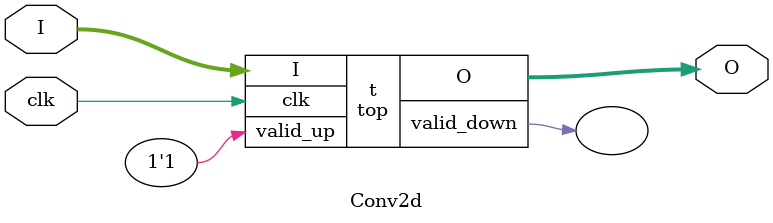
<source format=v>

module sseqTupleCreator_tTSeq_3_0_Int_ (
    input [7:0] I0,
    input [7:0] I1,
    output [7:0] O_0,
    output [7:0] O_1,
    output valid_down,
    input valid_up
);
  assign O_0 = I0;
  assign O_1 = I1;
  assign valid_down = valid_up;
endmodule

module sseqTupleCreator_tInt (
    input [7:0] I0,
    input [7:0] I1,
    output [7:0] O_0,
    output [7:0] O_1,
    output valid_down,
    input valid_up
);
  assign O_0 = I0;
  assign O_1 = I1;
  assign valid_down = valid_up;
endmodule

module sseqTupleAppender_tTSeq_3_0_Int__n2 (
    input [7:0] I0_0,
    input [7:0] I0_1,
    input [7:0] I1,
    output [7:0] O_0,
    output [7:0] O_1,
    output [7:0] O_2,
    output valid_down,
    input valid_up
);
  assign O_0 = I0_0;
  assign O_1 = I0_1;
  assign O_2 = I1;
  assign valid_down = valid_up;
endmodule

module sseqTupleAppender_tInt_n2 (
    input [7:0] I0_0,
    input [7:0] I0_1,
    input [7:0] I1,
    output [7:0] O_0,
    output [7:0] O_1,
    output [7:0] O_2,
    output valid_down,
    input valid_up
);
  assign O_0 = I0_0;
  assign O_1 = I0_1;
  assign O_2 = I1;
  assign valid_down = valid_up;
endmodule

module corebit_xor (
    input  in0,
    input  in1,
    output out
);
  assign out = in0 ^ in1;
endmodule

module corebit_term (
    input in
);

endmodule

module corebit_not (
    input  in,
    output out
);
  assign out = ~in;
endmodule

module corebit_eq (
    input  I0,
    input  I1,
    output O
);
  wire not_inst0_out;
  wire xor_inst0_out;
  corebit_not not_inst0 (
      .in (xor_inst0_out),
      .out(not_inst0_out)
  );
  corebit_xor xor_inst0 (
      .in0(I0),
      .in1(I1),
      .out(xor_inst0_out)
  );
  assign O = not_inst0_out;
endmodule

module corebit_const #(
    parameter value = 1
) (
    output out
);
  assign out = value;
endmodule

module corebit_and (
    input  in0,
    input  in1,
    output out
);
  assign out = in0 & in1;
endmodule

module atomTupleCreator_t0Int_t1Int (
    input [7:0] I0,
    input [7:0] I1,
    output [7:0] O__0,
    output [7:0] O__1,
    output valid_down,
    input valid_up
);
  assign O__0 = I0;
  assign O__1 = I1;
  assign valid_down = valid_up;
endmodule

module coreir_ult #(
    parameter width = 1
) (
    input [width-1:0] in0,
    input [width-1:0] in1,
    output out
);
  assign out = in0 < in1;
endmodule

module coreir_term #(
    parameter width = 1
) (
    input [width-1:0] in
);

endmodule

module coreir_slice #(
    parameter hi = 1,
    parameter lo = 0,
    parameter width = 1
) (
    input  [width-1:0] in,
    output [hi-lo-1:0] out
);
  assign out = in[hi-1:lo];
endmodule

module coreir_shl #(
    parameter width = 1
) (
    input  [width-1:0] in0,
    input  [width-1:0] in1,
    output [width-1:0] out
);
  assign out = in0 << in1;
endmodule

module coreir_reg #(
    parameter width = 1,
    parameter clk_posedge = 1,
    parameter init = 1
) (
    input clk,
    input [width-1:0] in,
    output [width-1:0] out
);
  reg [width-1:0] outReg = init;
  wire real_clk;
  assign real_clk = clk_posedge ? clk : ~clk;
  always @(posedge real_clk) begin
    outReg <= in;
  end
  assign out = outReg;
endmodule

module coreir_mux #(
    parameter width = 1
) (
    input [width-1:0] in0,
    input [width-1:0] in1,
    input sel,
    output [width-1:0] out
);
  assign out = sel ? in1 : in0;
endmodule

module coreir_mem #(
    parameter has_init = 0,
    parameter depth = 1,
    parameter width = 1
) (
    input clk,
    input [width-1:0] wdata,
    input [$clog2(depth)-1:0] waddr,
    input wen,
    output [width-1:0] rdata,
    input [$clog2(depth)-1:0] raddr
);
  reg [width-1:0] data[depth-1:0];
  always @(posedge clk) begin
    if (wen) begin
      data[waddr] <= wdata;
    end
  end
  assign rdata = data[raddr];
endmodule

module coreir_lshr #(
    parameter width = 1
) (
    input  [width-1:0] in0,
    input  [width-1:0] in1,
    output [width-1:0] out
);
  assign out = in0 >> in1;
endmodule

module coreir_eq #(
    parameter width = 1
) (
    input [width-1:0] in0,
    input [width-1:0] in1,
    output out
);
  assign out = in0 == in1;
endmodule

module coreir_const #(
    parameter width = 1,
    parameter value = 1
) (
    output [width-1:0] out
);
  assign out = value;
endmodule

module coreir_add #(
    parameter width = 1
) (
    input  [width-1:0] in0,
    input  [width-1:0] in1,
    output [width-1:0] out
);
  assign out = in0 + in1;
endmodule

module \commonlib_muxn__N2__width8 (
    input  [7:0] in_data_0,
    input  [7:0] in_data_1,
    input  [0:0] in_sel,
    output [7:0] out
);
  wire [7:0] _join_out;
  coreir_mux #(
      .width(8)
  ) _join (
      .in0(in_data_0),
      .in1(in_data_1),
      .out(_join_out),
      .sel(in_sel[0])
  );
  assign out = _join_out;
endmodule

module \commonlib_muxn__N4__width8 (
    input  [7:0] in_data_0,
    input  [7:0] in_data_1,
    input  [7:0] in_data_2,
    input  [7:0] in_data_3,
    input  [1:0] in_sel,
    output [7:0] out
);
  wire [7:0] _join_out;
  wire [7:0] muxN_0_out;
  wire [7:0] muxN_1_out;
  wire [0:0] sel_slice0_out;
  wire [0:0] sel_slice1_out;
  coreir_mux #(
      .width(8)
  ) _join (
      .in0(muxN_0_out),
      .in1(muxN_1_out),
      .out(_join_out),
      .sel(in_sel[1])
  );
  \commonlib_muxn__N2__width8 muxN_0 (
      .in_data_0(in_data_0),
      .in_data_1(in_data_1),
      .in_sel(sel_slice0_out),
      .out(muxN_0_out)
  );
  \commonlib_muxn__N2__width8 muxN_1 (
      .in_data_0(in_data_2),
      .in_data_1(in_data_3),
      .in_sel(sel_slice1_out),
      .out(muxN_1_out)
  );
  coreir_slice #(
      .hi(1),
      .lo(0),
      .width(2)
  ) sel_slice0 (
      .in (in_sel),
      .out(sel_slice0_out)
  );
  coreir_slice #(
      .hi(1),
      .lo(0),
      .width(2)
  ) sel_slice1 (
      .in (in_sel),
      .out(sel_slice1_out)
  );
  assign out = _join_out;
endmodule

module \commonlib_muxn__N2__width4 (
    input  [3:0] in_data_0,
    input  [3:0] in_data_1,
    input  [0:0] in_sel,
    output [3:0] out
);
  wire [3:0] _join_out;
  coreir_mux #(
      .width(4)
  ) _join (
      .in0(in_data_0),
      .in1(in_data_1),
      .out(_join_out),
      .sel(in_sel[0])
  );
  assign out = _join_out;
endmodule

module \commonlib_muxn__N2__width3 (
    input  [2:0] in_data_0,
    input  [2:0] in_data_1,
    input  [0:0] in_sel,
    output [2:0] out
);
  wire [2:0] _join_out;
  coreir_mux #(
      .width(3)
  ) _join (
      .in0(in_data_0),
      .in1(in_data_1),
      .out(_join_out),
      .sel(in_sel[0])
  );
  assign out = _join_out;
endmodule

module \commonlib_muxn__N2__width2 (
    input  [1:0] in_data_0,
    input  [1:0] in_data_1,
    input  [0:0] in_sel,
    output [1:0] out
);
  wire [1:0] _join_out;
  coreir_mux #(
      .width(2)
  ) _join (
      .in0(in_data_0),
      .in1(in_data_1),
      .out(_join_out),
      .sel(in_sel[0])
  );
  assign out = _join_out;
endmodule

module \commonlib_muxn__N2__width1 (
    input  [0:0] in_data_0,
    input  [0:0] in_data_1,
    input  [0:0] in_sel,
    output [0:0] out
);
  wire [0:0] _join_out;
  coreir_mux #(
      .width(1)
  ) _join (
      .in0(in_data_0),
      .in1(in_data_1),
      .out(_join_out),
      .sel(in_sel[0])
  );
  assign out = _join_out;
endmodule

module \commonlib_muxn__N1__width8 (
    input  [7:0] in_data_0,
    input  [0:0] in_sel,
    output [7:0] out
);
  corebit_term term_sel (.in(in_sel[0]));
  assign out = in_data_0;
endmodule

module \commonlib_muxn__N3__width8 (
    input  [7:0] in_data_0,
    input  [7:0] in_data_1,
    input  [7:0] in_data_2,
    input  [1:0] in_sel,
    output [7:0] out
);
  wire [7:0] _join_out;
  wire [7:0] muxN_0_out;
  wire [7:0] muxN_1_out;
  wire [0:0] sel_slice0_out;
  wire [0:0] sel_slice1_out;
  coreir_mux #(
      .width(8)
  ) _join (
      .in0(muxN_0_out),
      .in1(muxN_1_out),
      .out(_join_out),
      .sel(in_sel[1])
  );
  \commonlib_muxn__N2__width8 muxN_0 (
      .in_data_0(in_data_0),
      .in_data_1(in_data_1),
      .in_sel(sel_slice0_out),
      .out(muxN_0_out)
  );
  \commonlib_muxn__N1__width8 muxN_1 (
      .in_data_0(in_data_2),
      .in_sel(sel_slice1_out),
      .out(muxN_1_out)
  );
  coreir_slice #(
      .hi(1),
      .lo(0),
      .width(2)
  ) sel_slice0 (
      .in (in_sel),
      .out(sel_slice0_out)
  );
  coreir_slice #(
      .hi(1),
      .lo(0),
      .width(2)
  ) sel_slice1 (
      .in (in_sel),
      .out(sel_slice1_out)
  );
  assign out = _join_out;
endmodule

module lutN #(
    parameter N = 1,
    parameter init = 1
) (
    input [N-1:0] in,
    output out
);
  assign out = init[in];
endmodule

module \aetherlinglib_hydrate__hydratedTypeBit8 (
    input  [7:0] in,
    output [7:0] out
);
  assign out = {in[7], in[6], in[5], in[4], in[3], in[2], in[1], in[0]};
endmodule

module \aetherlinglib_dehydrate__hydratedTypeBit8 (
    input  [7:0] in,
    output [7:0] out
);
  assign out = {in[7], in[6], in[5], in[4], in[3], in[2], in[1], in[0]};
endmodule

module \aetherlinglib_dehydrate__hydratedTypeBit1 (
    input  [0:0] in,
    output [0:0] out
);
  assign out = in[0];
endmodule

module \aetherlinglib_dehydrate__hydratedTypeBit (
    input in,
    output [0:0] out
);
  assign out = in;
endmodule

module Term_Bitt (
    input I
);
  wire [0:0] dehydrate_tBit_inst0_out;
  \aetherlinglib_dehydrate__hydratedTypeBit dehydrate_tBit_inst0 (
      .in (I),
      .out(dehydrate_tBit_inst0_out)
  );
  coreir_term #(.width(1)) term_w1_inst0 (.in(dehydrate_tBit_inst0_out));
endmodule

module Term_Bits_1_t (
    input [0:0] I
);
  wire [0:0] dehydrate_tBits_1__inst0_out;
  \aetherlinglib_dehydrate__hydratedTypeBit1 dehydrate_tBits_1__inst0 (
      .in (I),
      .out(dehydrate_tBits_1__inst0_out)
  );
  coreir_term #(.width(1)) term_w1_inst0 (.in(dehydrate_tBits_1__inst0_out));
endmodule

module SizedCounter_1_cinFalse_coutFalse_incr1_hasCETrue_hasResetFalse (
    input CE,
    input clk,
    output [0:0] O
);
  wire [0:0] const_0_1_out;
  Term_Bitt Term_Bitt_inst0 (.I(CE));
  coreir_const #(
      .value(1'h0),
      .width(1)
  ) const_0_1 (
      .out(const_0_1_out)
  );
  assign O = const_0_1_out;
endmodule

module RShift_Atom (
    input [7:0] I__0,
    input [7:0] I__1,
    output [7:0] O,
    output valid_down,
    input valid_up
);
  wire [7:0] lshr8_inst0_out;
  coreir_lshr #(
      .width(8)
  ) lshr8_inst0 (
      .in0(I__0),
      .in1(I__1),
      .out(lshr8_inst0_out)
  );
  assign O = lshr8_inst0_out;
  assign valid_down = valid_up;
endmodule

module RAM3x8 (
    input clk,
    input [1:0] RADDR,
    output [7:0] RDATA,
    input [1:0] WADDR,
    input [7:0] WDATA,
    input WE
);
  wire [7:0] coreir_mem3x8_inst0_rdata;
  coreir_mem #(
      .depth(3),
      .has_init(0),
      .width(8)
  ) coreir_mem3x8_inst0 (
      .clk  (clk),
      .raddr(RADDR),
      .rdata(coreir_mem3x8_inst0_rdata),
      .waddr(WADDR),
      .wdata(WDATA),
      .wen  (WE)
  );
  assign RDATA = coreir_mem3x8_inst0_rdata;
endmodule

module RAM_Array_8_Bit_t_3n (
    input clk,
    input [1:0] RADDR,
    output [7:0] RDATA,
    input [1:0] WADDR,
    input [7:0] WDATA,
    input WE
);
  wire [7:0] RAM3x8_inst0_RDATA;
  wire [7:0] dehydrate_tArray_8_Bit__inst0_out;
  wire [7:0] hydrate_tArray_8_Bit__inst0_out;
  RAM3x8 RAM3x8_inst0 (
      .clk(clk),
      .RADDR(RADDR),
      .RDATA(RAM3x8_inst0_RDATA),
      .WADDR(WADDR),
      .WDATA(dehydrate_tArray_8_Bit__inst0_out),
      .WE(WE)
  );
  \aetherlinglib_dehydrate__hydratedTypeBit8 dehydrate_tArray_8_Bit__inst0 (
      .in (WDATA),
      .out(dehydrate_tArray_8_Bit__inst0_out)
  );
  \aetherlinglib_hydrate__hydratedTypeBit8 hydrate_tArray_8_Bit__inst0 (
      .in (RAM3x8_inst0_RDATA),
      .out(hydrate_tArray_8_Bit__inst0_out)
  );
  assign RDATA = hydrate_tArray_8_Bit__inst0_out;
endmodule

module RAM1x8 (
    input clk,
    input [0:0] RADDR,
    output [7:0] RDATA,
    input [0:0] WADDR,
    input [7:0] WDATA,
    input WE
);
  wire [7:0] coreir_mem1x8_inst0_rdata;
  coreir_mem #(
      .depth(1),
      .has_init(0),
      .width(8)
  ) coreir_mem1x8_inst0 (
      .clk  (clk),
      .raddr(RADDR),
      .rdata(coreir_mem1x8_inst0_rdata),
      .waddr(WADDR),
      .wdata(WDATA),
      .wen  (WE)
  );
  assign RDATA = coreir_mem1x8_inst0_rdata;
endmodule

module RAM_Array_8_Bit_t_1n (
    input clk,
    input [0:0] RADDR,
    output [7:0] RDATA,
    input [0:0] WADDR,
    input [7:0] WDATA,
    input WE
);
  wire [7:0] RAM1x8_inst0_RDATA;
  wire [7:0] dehydrate_tArray_8_Bit__inst0_out;
  wire [7:0] hydrate_tArray_8_Bit__inst0_out;
  RAM1x8 RAM1x8_inst0 (
      .clk(clk),
      .RADDR(RADDR),
      .RDATA(RAM1x8_inst0_RDATA),
      .WADDR(WADDR),
      .WDATA(dehydrate_tArray_8_Bit__inst0_out),
      .WE(WE)
  );
  \aetherlinglib_dehydrate__hydratedTypeBit8 dehydrate_tArray_8_Bit__inst0 (
      .in (WDATA),
      .out(dehydrate_tArray_8_Bit__inst0_out)
  );
  \aetherlinglib_hydrate__hydratedTypeBit8 hydrate_tArray_8_Bit__inst0 (
      .in (RAM1x8_inst0_RDATA),
      .out(hydrate_tArray_8_Bit__inst0_out)
  );
  assign RDATA = hydrate_tArray_8_Bit__inst0_out;
endmodule

module Passthrough_tInTSeq_16_0_TSeq_1_2_TSeq_1_2_Int____tOutTSeq_16_0_TSeq_1_2_TSeq_1_2_Int___ (
    input [7:0] I,
    output [7:0] O,
    output valid_down,
    input valid_up
);
  assign O = I;
  assign valid_down = valid_up;
endmodule

module NestedCounters_Int_hasCETrue_hasResetFalse_unq2 (
    input  CE,
    input  clk,
    output last,
    output valid
);
  wire [0:0] coreir_const11_inst0_out;
  Term_Bitt Term_Bitt_inst0 (.I(CE));
  coreir_const #(
      .value(1'h1),
      .width(1)
  ) coreir_const11_inst0 (
      .out(coreir_const11_inst0_out)
  );
  assign last  = coreir_const11_inst0_out[0];
  assign valid = coreir_const11_inst0_out[0];
endmodule

module NestedCounters_Int_hasCETrue_hasResetFalse_unq1 (
    input  CE,
    input  clk,
    output last,
    output valid
);
  wire [0:0] coreir_const11_inst0_out;
  coreir_const #(
      .value(1'h1),
      .width(1)
  ) coreir_const11_inst0 (
      .out(coreir_const11_inst0_out)
  );
  assign last  = coreir_const11_inst0_out[0];
  assign valid = CE;
endmodule

module NestedCounters_Int_hasCETrue_hasResetFalse (
    input CE,
    input clk,
    output [0:0] cur_valid,
    output last,
    output valid
);
  wire [0:0] coreir_const10_inst0_out;
  wire [0:0] coreir_const11_inst0_out;
  coreir_const #(
      .value(1'h0),
      .width(1)
  ) coreir_const10_inst0 (
      .out(coreir_const10_inst0_out)
  );
  coreir_const #(
      .value(1'h1),
      .width(1)
  ) coreir_const11_inst0 (
      .out(coreir_const11_inst0_out)
  );
  assign cur_valid = coreir_const10_inst0_out;
  assign last = coreir_const11_inst0_out[0];
  assign valid = CE;
endmodule

module NativeMapParallel_n4 (
    input  [7:0] I_0,
    input  [7:0] I_1,
    input  [7:0] I_2,
    input  [7:0] I_3,
    output [7:0] out_0,
    output [7:0] out_1,
    output [7:0] out_2,
    output [7:0] out_3
);
  wire [7:0] dehydrate_tArray_8_Bit__inst0_out;
  wire [7:0] dehydrate_tArray_8_Bit__inst1_out;
  wire [7:0] dehydrate_tArray_8_Bit__inst2_out;
  wire [7:0] dehydrate_tArray_8_Bit__inst3_out;
  \aetherlinglib_dehydrate__hydratedTypeBit8 dehydrate_tArray_8_Bit__inst0 (
      .in (I_0),
      .out(dehydrate_tArray_8_Bit__inst0_out)
  );
  \aetherlinglib_dehydrate__hydratedTypeBit8 dehydrate_tArray_8_Bit__inst1 (
      .in (I_1),
      .out(dehydrate_tArray_8_Bit__inst1_out)
  );
  \aetherlinglib_dehydrate__hydratedTypeBit8 dehydrate_tArray_8_Bit__inst2 (
      .in (I_2),
      .out(dehydrate_tArray_8_Bit__inst2_out)
  );
  \aetherlinglib_dehydrate__hydratedTypeBit8 dehydrate_tArray_8_Bit__inst3 (
      .in (I_3),
      .out(dehydrate_tArray_8_Bit__inst3_out)
  );
  assign out_0 = dehydrate_tArray_8_Bit__inst0_out;
  assign out_1 = dehydrate_tArray_8_Bit__inst1_out;
  assign out_2 = dehydrate_tArray_8_Bit__inst2_out;
  assign out_3 = dehydrate_tArray_8_Bit__inst3_out;
endmodule

module NativeMapParallel_n3 (
    input  [7:0] I_0,
    input  [7:0] I_1,
    input  [7:0] I_2,
    output [7:0] out_0,
    output [7:0] out_1,
    output [7:0] out_2
);
  wire [7:0] dehydrate_tArray_8_Bit__inst0_out;
  wire [7:0] dehydrate_tArray_8_Bit__inst1_out;
  wire [7:0] dehydrate_tArray_8_Bit__inst2_out;
  \aetherlinglib_dehydrate__hydratedTypeBit8 dehydrate_tArray_8_Bit__inst0 (
      .in (I_0),
      .out(dehydrate_tArray_8_Bit__inst0_out)
  );
  \aetherlinglib_dehydrate__hydratedTypeBit8 dehydrate_tArray_8_Bit__inst1 (
      .in (I_1),
      .out(dehydrate_tArray_8_Bit__inst1_out)
  );
  \aetherlinglib_dehydrate__hydratedTypeBit8 dehydrate_tArray_8_Bit__inst2 (
      .in (I_2),
      .out(dehydrate_tArray_8_Bit__inst2_out)
  );
  assign out_0 = dehydrate_tArray_8_Bit__inst0_out;
  assign out_1 = dehydrate_tArray_8_Bit__inst1_out;
  assign out_2 = dehydrate_tArray_8_Bit__inst2_out;
endmodule

module NativeMapParallel_n2_unq1 (
    input  [7:0] I_0,
    input  [7:0] I_1,
    output [7:0] out_0,
    output [7:0] out_1
);
  wire [7:0] dehydrate_tArray_8_Out_Bit___inst0_out;
  wire [7:0] dehydrate_tArray_8_Out_Bit___inst1_out;
  \aetherlinglib_dehydrate__hydratedTypeBit8 dehydrate_tArray_8_Out_Bit___inst0 (
      .in (I_0),
      .out(dehydrate_tArray_8_Out_Bit___inst0_out)
  );
  \aetherlinglib_dehydrate__hydratedTypeBit8 dehydrate_tArray_8_Out_Bit___inst1 (
      .in (I_1),
      .out(dehydrate_tArray_8_Out_Bit___inst1_out)
  );
  assign out_0 = dehydrate_tArray_8_Out_Bit___inst0_out;
  assign out_1 = dehydrate_tArray_8_Out_Bit___inst1_out;
endmodule

module NativeMapParallel_n2 (
    input  [7:0] I_0,
    input  [7:0] I_1,
    output [7:0] out_0,
    output [7:0] out_1
);
  wire [7:0] dehydrate_tArray_8_Bit__inst0_out;
  wire [7:0] dehydrate_tArray_8_Bit__inst1_out;
  \aetherlinglib_dehydrate__hydratedTypeBit8 dehydrate_tArray_8_Bit__inst0 (
      .in (I_0),
      .out(dehydrate_tArray_8_Bit__inst0_out)
  );
  \aetherlinglib_dehydrate__hydratedTypeBit8 dehydrate_tArray_8_Bit__inst1 (
      .in (I_1),
      .out(dehydrate_tArray_8_Bit__inst1_out)
  );
  assign out_0 = dehydrate_tArray_8_Bit__inst0_out;
  assign out_1 = dehydrate_tArray_8_Bit__inst1_out;
endmodule

module Mux_Array_8_Out_Bit__t_2n (
    input  [7:0] data_0,
    input  [7:0] data_1,
    output [7:0] out,
    input  [0:0] sel
);
  wire [7:0] CommonlibMuxN_n2_w8_inst0_out;
  wire [7:0] NativeMapParallel_n2_inst0_out_0;
  wire [7:0] NativeMapParallel_n2_inst0_out_1;
  wire [7:0] hydrate_tArray_8_Out_Bit___inst0_out;
  \commonlib_muxn__N2__width8 CommonlibMuxN_n2_w8_inst0 (
      .in_data_0(NativeMapParallel_n2_inst0_out_0),
      .in_data_1(NativeMapParallel_n2_inst0_out_1),
      .in_sel(sel),
      .out(CommonlibMuxN_n2_w8_inst0_out)
  );
  NativeMapParallel_n2_unq1 NativeMapParallel_n2_inst0 (
      .I_0  (data_0),
      .I_1  (data_1),
      .out_0(NativeMapParallel_n2_inst0_out_0),
      .out_1(NativeMapParallel_n2_inst0_out_1)
  );
  \aetherlinglib_hydrate__hydratedTypeBit8 hydrate_tArray_8_Out_Bit___inst0 (
      .in (CommonlibMuxN_n2_w8_inst0_out),
      .out(hydrate_tArray_8_Out_Bit___inst0_out)
  );
  assign out = hydrate_tArray_8_Out_Bit___inst0_out;
endmodule

module Mux_Array_8_Bit_t_4n (
    input  [7:0] data_0,
    input  [7:0] data_1,
    input  [7:0] data_2,
    input  [7:0] data_3,
    output [7:0] out,
    input  [1:0] sel
);
  wire [7:0] CommonlibMuxN_n4_w8_inst0_out;
  wire [7:0] NativeMapParallel_n4_inst0_out_0;
  wire [7:0] NativeMapParallel_n4_inst0_out_1;
  wire [7:0] NativeMapParallel_n4_inst0_out_2;
  wire [7:0] NativeMapParallel_n4_inst0_out_3;
  wire [7:0] hydrate_tArray_8_Bit__inst0_out;
  \commonlib_muxn__N4__width8 CommonlibMuxN_n4_w8_inst0 (
      .in_data_0(NativeMapParallel_n4_inst0_out_0),
      .in_data_1(NativeMapParallel_n4_inst0_out_1),
      .in_data_2(NativeMapParallel_n4_inst0_out_2),
      .in_data_3(NativeMapParallel_n4_inst0_out_3),
      .in_sel(sel),
      .out(CommonlibMuxN_n4_w8_inst0_out)
  );
  NativeMapParallel_n4 NativeMapParallel_n4_inst0 (
      .I_0  (data_0),
      .I_1  (data_1),
      .I_2  (data_2),
      .I_3  (data_3),
      .out_0(NativeMapParallel_n4_inst0_out_0),
      .out_1(NativeMapParallel_n4_inst0_out_1),
      .out_2(NativeMapParallel_n4_inst0_out_2),
      .out_3(NativeMapParallel_n4_inst0_out_3)
  );
  \aetherlinglib_hydrate__hydratedTypeBit8 hydrate_tArray_8_Bit__inst0 (
      .in (CommonlibMuxN_n4_w8_inst0_out),
      .out(hydrate_tArray_8_Bit__inst0_out)
  );
  assign out = hydrate_tArray_8_Bit__inst0_out;
endmodule

module Mux_Array_8_Bit_t_3n (
    input  [7:0] data_0,
    input  [7:0] data_1,
    input  [7:0] data_2,
    output [7:0] out,
    input  [1:0] sel
);
  wire [7:0] CommonlibMuxN_n3_w8_inst0_out;
  wire [7:0] NativeMapParallel_n3_inst0_out_0;
  wire [7:0] NativeMapParallel_n3_inst0_out_1;
  wire [7:0] NativeMapParallel_n3_inst0_out_2;
  wire [7:0] hydrate_tArray_8_Bit__inst0_out;
  \commonlib_muxn__N3__width8 CommonlibMuxN_n3_w8_inst0 (
      .in_data_0(NativeMapParallel_n3_inst0_out_0),
      .in_data_1(NativeMapParallel_n3_inst0_out_1),
      .in_data_2(NativeMapParallel_n3_inst0_out_2),
      .in_sel(sel),
      .out(CommonlibMuxN_n3_w8_inst0_out)
  );
  NativeMapParallel_n3 NativeMapParallel_n3_inst0 (
      .I_0  (data_0),
      .I_1  (data_1),
      .I_2  (data_2),
      .out_0(NativeMapParallel_n3_inst0_out_0),
      .out_1(NativeMapParallel_n3_inst0_out_1),
      .out_2(NativeMapParallel_n3_inst0_out_2)
  );
  \aetherlinglib_hydrate__hydratedTypeBit8 hydrate_tArray_8_Bit__inst0 (
      .in (CommonlibMuxN_n3_w8_inst0_out),
      .out(hydrate_tArray_8_Bit__inst0_out)
  );
  assign out = hydrate_tArray_8_Bit__inst0_out;
endmodule

module Mux_Array_8_Bit_t_2n (
    input  [7:0] data_0,
    input  [7:0] data_1,
    output [7:0] out,
    input  [0:0] sel
);
  wire [7:0] CommonlibMuxN_n2_w8_inst0_out;
  wire [7:0] NativeMapParallel_n2_inst0_out_0;
  wire [7:0] NativeMapParallel_n2_inst0_out_1;
  wire [7:0] hydrate_tArray_8_Bit__inst0_out;
  \commonlib_muxn__N2__width8 CommonlibMuxN_n2_w8_inst0 (
      .in_data_0(NativeMapParallel_n2_inst0_out_0),
      .in_data_1(NativeMapParallel_n2_inst0_out_1),
      .in_sel(sel),
      .out(CommonlibMuxN_n2_w8_inst0_out)
  );
  NativeMapParallel_n2 NativeMapParallel_n2_inst0 (
      .I_0  (data_0),
      .I_1  (data_1),
      .out_0(NativeMapParallel_n2_inst0_out_0),
      .out_1(NativeMapParallel_n2_inst0_out_1)
  );
  \aetherlinglib_hydrate__hydratedTypeBit8 hydrate_tArray_8_Bit__inst0 (
      .in (CommonlibMuxN_n2_w8_inst0_out),
      .out(hydrate_tArray_8_Bit__inst0_out)
  );
  assign out = hydrate_tArray_8_Bit__inst0_out;
endmodule

module Mux_Array_8_Bit_t_1n (
    input  [7:0] data_0,
    output [7:0] out,
    input  [0:0] sel
);
  Term_Bits_1_t Term_Bits_1_t_inst0 (.I(sel));
  assign out = data_0;
endmodule

module Mux2xOutBits4 (
    input [3:0] I0,
    input [3:0] I1,
    output [3:0] O,
    input S
);
  wire [3:0] coreir_commonlib_mux2x4_inst0_out;
  \commonlib_muxn__N2__width4 coreir_commonlib_mux2x4_inst0 (
      .in_data_0(I0),
      .in_data_1(I1),
      .in_sel(S),
      .out(coreir_commonlib_mux2x4_inst0_out)
  );
  assign O = coreir_commonlib_mux2x4_inst0_out;
endmodule

module Register_has_ce_True_has_reset_True_has_async_reset_False_type_Bits_n_4 (
    input CE,
    input clk,
    input [3:0] I,
    output [3:0] O,
    input RESET
);
  wire [3:0] Mux2xOutBits4_inst0_O;
  wire [3:0] const_0_4_out;
  wire [3:0] enable_mux_O;
  wire [3:0] value_out;
  Mux2xOutBits4 Mux2xOutBits4_inst0 (
      .I0(enable_mux_O),
      .I1(const_0_4_out),
      .O (Mux2xOutBits4_inst0_O),
      .S (RESET)
  );
  coreir_const #(
      .value(4'h0),
      .width(4)
  ) const_0_4 (
      .out(const_0_4_out)
  );
  Mux2xOutBits4 enable_mux (
      .I0(value_out),
      .I1(I),
      .O (enable_mux_O),
      .S (CE)
  );
  coreir_reg #(
      .clk_posedge(1),
      .init(4'h0),
      .width(4)
  ) value (
      .clk(clk),
      .in (Mux2xOutBits4_inst0_O),
      .out(value_out)
  );
  assign O = value_out;
endmodule

module Mux2xOutBits3 (
    input [2:0] I0,
    input [2:0] I1,
    output [2:0] O,
    input S
);
  wire [2:0] coreir_commonlib_mux2x3_inst0_out;
  \commonlib_muxn__N2__width3 coreir_commonlib_mux2x3_inst0 (
      .in_data_0(I0),
      .in_data_1(I1),
      .in_sel(S),
      .out(coreir_commonlib_mux2x3_inst0_out)
  );
  assign O = coreir_commonlib_mux2x3_inst0_out;
endmodule

module Register_has_ce_True_has_reset_True_has_async_reset_False_type_Bits_n_3 (
    input CE,
    input clk,
    input [2:0] I,
    output [2:0] O,
    input RESET
);
  wire [2:0] Mux2xOutBits3_inst0_O;
  wire [2:0] const_0_3_out;
  wire [2:0] enable_mux_O;
  wire [2:0] value_out;
  Mux2xOutBits3 Mux2xOutBits3_inst0 (
      .I0(enable_mux_O),
      .I1(const_0_3_out),
      .O (Mux2xOutBits3_inst0_O),
      .S (RESET)
  );
  coreir_const #(
      .value(3'h0),
      .width(3)
  ) const_0_3 (
      .out(const_0_3_out)
  );
  Mux2xOutBits3 enable_mux (
      .I0(value_out),
      .I1(I),
      .O (enable_mux_O),
      .S (CE)
  );
  coreir_reg #(
      .clk_posedge(1),
      .init(3'h0),
      .width(3)
  ) value (
      .clk(clk),
      .in (Mux2xOutBits3_inst0_O),
      .out(value_out)
  );
  assign O = value_out;
endmodule

module Mux2xOutBits2 (
    input [1:0] I0,
    input [1:0] I1,
    output [1:0] O,
    input S
);
  wire [1:0] coreir_commonlib_mux2x2_inst0_out;
  \commonlib_muxn__N2__width2 coreir_commonlib_mux2x2_inst0 (
      .in_data_0(I0),
      .in_data_1(I1),
      .in_sel(S),
      .out(coreir_commonlib_mux2x2_inst0_out)
  );
  assign O = coreir_commonlib_mux2x2_inst0_out;
endmodule

module Register_has_ce_True_has_reset_True_has_async_reset_False_type_Bits_n_2 (
    input CE,
    input clk,
    input [1:0] I,
    output [1:0] O,
    input RESET
);
  wire [1:0] Mux2xOutBits2_inst0_O;
  wire [1:0] const_0_2_out;
  wire [1:0] enable_mux_O;
  wire [1:0] value_out;
  Mux2xOutBits2 Mux2xOutBits2_inst0 (
      .I0(enable_mux_O),
      .I1(const_0_2_out),
      .O (Mux2xOutBits2_inst0_O),
      .S (RESET)
  );
  coreir_const #(
      .value(2'h0),
      .width(2)
  ) const_0_2 (
      .out(const_0_2_out)
  );
  Mux2xOutBits2 enable_mux (
      .I0(value_out),
      .I1(I),
      .O (enable_mux_O),
      .S (CE)
  );
  coreir_reg #(
      .clk_posedge(1),
      .init(2'h0),
      .width(2)
  ) value (
      .clk(clk),
      .in (Mux2xOutBits2_inst0_O),
      .out(value_out)
  );
  assign O = value_out;
endmodule

module Mux2xNone (
    input  I0,
    input  I1,
    output O,
    input  S
);
  wire [0:0] coreir_commonlib_mux2x1_inst0_out;
  \commonlib_muxn__N2__width1 coreir_commonlib_mux2x1_inst0 (
      .in_data_0(I0),
      .in_data_1(I1),
      .in_sel(S),
      .out(coreir_commonlib_mux2x1_inst0_out)
  );
  assign O = coreir_commonlib_mux2x1_inst0_out[0];
endmodule

module Map_T_n3_i0 (
    input clk,
    input [7:0] I0,
    input [7:0] I1,
    output [7:0] O__0,
    output [7:0] O__1,
    output valid_down,
    input valid_up
);
  wire [7:0] atomTupleCreator_t0Int_t1Int_inst0_O__0;
  wire [7:0] atomTupleCreator_t0Int_t1Int_inst0_O__1;
  wire atomTupleCreator_t0Int_t1Int_inst0_valid_down;
  atomTupleCreator_t0Int_t1Int atomTupleCreator_t0Int_t1Int_inst0 (
      .I0(I0),
      .I1(I1),
      .O__0(atomTupleCreator_t0Int_t1Int_inst0_O__0),
      .O__1(atomTupleCreator_t0Int_t1Int_inst0_O__1),
      .valid_down(atomTupleCreator_t0Int_t1Int_inst0_valid_down),
      .valid_up(valid_up)
  );
  assign O__0 = atomTupleCreator_t0Int_t1Int_inst0_O__0;
  assign O__1 = atomTupleCreator_t0Int_t1Int_inst0_O__1;
  assign valid_down = atomTupleCreator_t0Int_t1Int_inst0_valid_down;
endmodule

module Map_T_n3_i0_unq1 (
    input clk,
    input [7:0] I0,
    input [7:0] I1,
    output [7:0] O__0,
    output [7:0] O__1,
    output valid_down,
    input valid_up
);
  wire [7:0] Map_T_n3_i0_inst0_O__0;
  wire [7:0] Map_T_n3_i0_inst0_O__1;
  wire Map_T_n3_i0_inst0_valid_down;
  Map_T_n3_i0 Map_T_n3_i0_inst0 (
      .clk(clk),
      .I0(I0),
      .I1(I1),
      .O__0(Map_T_n3_i0_inst0_O__0),
      .O__1(Map_T_n3_i0_inst0_O__1),
      .valid_down(Map_T_n3_i0_inst0_valid_down),
      .valid_up(valid_up)
  );
  assign O__0 = Map_T_n3_i0_inst0_O__0;
  assign O__1 = Map_T_n3_i0_inst0_O__1;
  assign valid_down = Map_T_n3_i0_inst0_valid_down;
endmodule

module Map_T_n1_i2_unq8 (
    input clk,
    input [7:0] I0,
    input [7:0] I1,
    output [7:0] O__0,
    output [7:0] O__1,
    output valid_down,
    input valid_up
);
  wire [7:0] atomTupleCreator_t0Int_t1Int_inst0_O__0;
  wire [7:0] atomTupleCreator_t0Int_t1Int_inst0_O__1;
  wire atomTupleCreator_t0Int_t1Int_inst0_valid_down;
  atomTupleCreator_t0Int_t1Int atomTupleCreator_t0Int_t1Int_inst0 (
      .I0(I0),
      .I1(I1),
      .O__0(atomTupleCreator_t0Int_t1Int_inst0_O__0),
      .O__1(atomTupleCreator_t0Int_t1Int_inst0_O__1),
      .valid_down(atomTupleCreator_t0Int_t1Int_inst0_valid_down),
      .valid_up(valid_up)
  );
  assign O__0 = atomTupleCreator_t0Int_t1Int_inst0_O__0;
  assign O__1 = atomTupleCreator_t0Int_t1Int_inst0_O__1;
  assign valid_down = atomTupleCreator_t0Int_t1Int_inst0_valid_down;
endmodule

module Map_T_n1_i2_unq9 (
    input clk,
    input [7:0] I0,
    input [7:0] I1,
    output [7:0] O__0,
    output [7:0] O__1,
    output valid_down,
    input valid_up
);
  wire [7:0] Map_T_n1_i2_inst0_O__0;
  wire [7:0] Map_T_n1_i2_inst0_O__1;
  wire Map_T_n1_i2_inst0_valid_down;
  Map_T_n1_i2_unq8 Map_T_n1_i2_inst0 (
      .clk(clk),
      .I0(I0),
      .I1(I1),
      .O__0(Map_T_n1_i2_inst0_O__0),
      .O__1(Map_T_n1_i2_inst0_O__1),
      .valid_down(Map_T_n1_i2_inst0_valid_down),
      .valid_up(valid_up)
  );
  assign O__0 = Map_T_n1_i2_inst0_O__0;
  assign O__1 = Map_T_n1_i2_inst0_O__1;
  assign valid_down = Map_T_n1_i2_inst0_valid_down;
endmodule

module Map_T_n1_i2_unq6 (
    input clk,
    input [7:0] I0_0,
    input [7:0] I0_1,
    input [7:0] I1,
    output [7:0] O_0,
    output [7:0] O_1,
    output [7:0] O_2,
    output valid_down,
    input valid_up
);
  wire [7:0] sseqTupleAppender_tTSeq_3_0_Int__n2_inst0_O_0;
  wire [7:0] sseqTupleAppender_tTSeq_3_0_Int__n2_inst0_O_1;
  wire [7:0] sseqTupleAppender_tTSeq_3_0_Int__n2_inst0_O_2;
  wire sseqTupleAppender_tTSeq_3_0_Int__n2_inst0_valid_down;
  sseqTupleAppender_tTSeq_3_0_Int__n2 sseqTupleAppender_tTSeq_3_0_Int__n2_inst0 (
      .I0_0(I0_0),
      .I0_1(I0_1),
      .I1(I1),
      .O_0(sseqTupleAppender_tTSeq_3_0_Int__n2_inst0_O_0),
      .O_1(sseqTupleAppender_tTSeq_3_0_Int__n2_inst0_O_1),
      .O_2(sseqTupleAppender_tTSeq_3_0_Int__n2_inst0_O_2),
      .valid_down(sseqTupleAppender_tTSeq_3_0_Int__n2_inst0_valid_down),
      .valid_up(valid_up)
  );
  assign O_0 = sseqTupleAppender_tTSeq_3_0_Int__n2_inst0_O_0;
  assign O_1 = sseqTupleAppender_tTSeq_3_0_Int__n2_inst0_O_1;
  assign O_2 = sseqTupleAppender_tTSeq_3_0_Int__n2_inst0_O_2;
  assign valid_down = sseqTupleAppender_tTSeq_3_0_Int__n2_inst0_valid_down;
endmodule

module Map_T_n1_i2_unq5 (
    input clk,
    input [7:0] I0,
    input [7:0] I1,
    output [7:0] O_0,
    output [7:0] O_1,
    output valid_down,
    input valid_up
);
  wire [7:0] sseqTupleCreator_tTSeq_3_0_Int__inst0_O_0;
  wire [7:0] sseqTupleCreator_tTSeq_3_0_Int__inst0_O_1;
  wire sseqTupleCreator_tTSeq_3_0_Int__inst0_valid_down;
  sseqTupleCreator_tTSeq_3_0_Int_ sseqTupleCreator_tTSeq_3_0_Int__inst0 (
      .I0(I0),
      .I1(I1),
      .O_0(sseqTupleCreator_tTSeq_3_0_Int__inst0_O_0),
      .O_1(sseqTupleCreator_tTSeq_3_0_Int__inst0_O_1),
      .valid_down(sseqTupleCreator_tTSeq_3_0_Int__inst0_valid_down),
      .valid_up(valid_up)
  );
  assign O_0 = sseqTupleCreator_tTSeq_3_0_Int__inst0_O_0;
  assign O_1 = sseqTupleCreator_tTSeq_3_0_Int__inst0_O_1;
  assign valid_down = sseqTupleCreator_tTSeq_3_0_Int__inst0_valid_down;
endmodule

module Map_T_n1_i2_unq2 (
    input clk,
    input [7:0] I0_0,
    input [7:0] I0_1,
    input [7:0] I1,
    output [7:0] O_0,
    output [7:0] O_1,
    output [7:0] O_2,
    output valid_down,
    input valid_up
);
  wire [7:0] sseqTupleAppender_tInt_n2_inst0_O_0;
  wire [7:0] sseqTupleAppender_tInt_n2_inst0_O_1;
  wire [7:0] sseqTupleAppender_tInt_n2_inst0_O_2;
  wire sseqTupleAppender_tInt_n2_inst0_valid_down;
  sseqTupleAppender_tInt_n2 sseqTupleAppender_tInt_n2_inst0 (
      .I0_0(I0_0),
      .I0_1(I0_1),
      .I1(I1),
      .O_0(sseqTupleAppender_tInt_n2_inst0_O_0),
      .O_1(sseqTupleAppender_tInt_n2_inst0_O_1),
      .O_2(sseqTupleAppender_tInt_n2_inst0_O_2),
      .valid_down(sseqTupleAppender_tInt_n2_inst0_valid_down),
      .valid_up(valid_up)
  );
  assign O_0 = sseqTupleAppender_tInt_n2_inst0_O_0;
  assign O_1 = sseqTupleAppender_tInt_n2_inst0_O_1;
  assign O_2 = sseqTupleAppender_tInt_n2_inst0_O_2;
  assign valid_down = sseqTupleAppender_tInt_n2_inst0_valid_down;
endmodule

module Map_T_n1_i2_unq3 (
    input clk,
    input [7:0] I0_0,
    input [7:0] I0_1,
    input [7:0] I1,
    output [7:0] O_0,
    output [7:0] O_1,
    output [7:0] O_2,
    output valid_down,
    input valid_up
);
  wire [7:0] Map_T_n1_i2_inst0_O_0;
  wire [7:0] Map_T_n1_i2_inst0_O_1;
  wire [7:0] Map_T_n1_i2_inst0_O_2;
  wire Map_T_n1_i2_inst0_valid_down;
  Map_T_n1_i2_unq2 Map_T_n1_i2_inst0 (
      .clk(clk),
      .I0_0(I0_0),
      .I0_1(I0_1),
      .I1(I1),
      .O_0(Map_T_n1_i2_inst0_O_0),
      .O_1(Map_T_n1_i2_inst0_O_1),
      .O_2(Map_T_n1_i2_inst0_O_2),
      .valid_down(Map_T_n1_i2_inst0_valid_down),
      .valid_up(valid_up)
  );
  assign O_0 = Map_T_n1_i2_inst0_O_0;
  assign O_1 = Map_T_n1_i2_inst0_O_1;
  assign O_2 = Map_T_n1_i2_inst0_O_2;
  assign valid_down = Map_T_n1_i2_inst0_valid_down;
endmodule

module Map_T_n1_i2_unq10 (
    input clk,
    input [7:0] I__0,
    input [7:0] I__1,
    output [7:0] O,
    output valid_down,
    input valid_up
);
  wire [7:0] RShift_Atom_inst0_O;
  wire RShift_Atom_inst0_valid_down;
  RShift_Atom RShift_Atom_inst0 (
      .I__0(I__0),
      .I__1(I__1),
      .O(RShift_Atom_inst0_O),
      .valid_down(RShift_Atom_inst0_valid_down),
      .valid_up(valid_up)
  );
  assign O = RShift_Atom_inst0_O;
  assign valid_down = RShift_Atom_inst0_valid_down;
endmodule

module Map_T_n1_i2_unq11 (
    input clk,
    input [7:0] I__0,
    input [7:0] I__1,
    output [7:0] O,
    output valid_down,
    input valid_up
);
  wire [7:0] Map_T_n1_i2_inst0_O;
  wire Map_T_n1_i2_inst0_valid_down;
  Map_T_n1_i2_unq10 Map_T_n1_i2_inst0 (
      .clk(clk),
      .I__0(I__0),
      .I__1(I__1),
      .O(Map_T_n1_i2_inst0_O),
      .valid_down(Map_T_n1_i2_inst0_valid_down),
      .valid_up(valid_up)
  );
  assign O = Map_T_n1_i2_inst0_O;
  assign valid_down = Map_T_n1_i2_inst0_valid_down;
endmodule

module Map_T_n1_i2 (
    input clk,
    input [7:0] I0,
    input [7:0] I1,
    output [7:0] O_0,
    output [7:0] O_1,
    output valid_down,
    input valid_up
);
  wire [7:0] sseqTupleCreator_tInt_inst0_O_0;
  wire [7:0] sseqTupleCreator_tInt_inst0_O_1;
  wire sseqTupleCreator_tInt_inst0_valid_down;
  sseqTupleCreator_tInt sseqTupleCreator_tInt_inst0 (
      .I0(I0),
      .I1(I1),
      .O_0(sseqTupleCreator_tInt_inst0_O_0),
      .O_1(sseqTupleCreator_tInt_inst0_O_1),
      .valid_down(sseqTupleCreator_tInt_inst0_valid_down),
      .valid_up(valid_up)
  );
  assign O_0 = sseqTupleCreator_tInt_inst0_O_0;
  assign O_1 = sseqTupleCreator_tInt_inst0_O_1;
  assign valid_down = sseqTupleCreator_tInt_inst0_valid_down;
endmodule

module Map_T_n1_i2_unq1 (
    input clk,
    input [7:0] I0,
    input [7:0] I1,
    output [7:0] O_0,
    output [7:0] O_1,
    output valid_down,
    input valid_up
);
  wire [7:0] Map_T_n1_i2_inst0_O_0;
  wire [7:0] Map_T_n1_i2_inst0_O_1;
  wire Map_T_n1_i2_inst0_valid_down;
  Map_T_n1_i2 Map_T_n1_i2_inst0 (
      .clk(clk),
      .I0(I0),
      .I1(I1),
      .O_0(Map_T_n1_i2_inst0_O_0),
      .O_1(Map_T_n1_i2_inst0_O_1),
      .valid_down(Map_T_n1_i2_inst0_valid_down),
      .valid_up(valid_up)
  );
  assign O_0 = Map_T_n1_i2_inst0_O_0;
  assign O_1 = Map_T_n1_i2_inst0_O_1;
  assign valid_down = Map_T_n1_i2_inst0_valid_down;
endmodule

module Map_T_n16_i0_unq4 (
    input clk,
    input [7:0] I0_0,
    input [7:0] I0_1,
    input [7:0] I1,
    output [7:0] O_0,
    output [7:0] O_1,
    output [7:0] O_2,
    output valid_down,
    input valid_up
);
  wire [7:0] Map_T_n1_i2_inst0_O_0;
  wire [7:0] Map_T_n1_i2_inst0_O_1;
  wire [7:0] Map_T_n1_i2_inst0_O_2;
  wire Map_T_n1_i2_inst0_valid_down;
  Map_T_n1_i2_unq6 Map_T_n1_i2_inst0 (
      .clk(clk),
      .I0_0(I0_0),
      .I0_1(I0_1),
      .I1(I1),
      .O_0(Map_T_n1_i2_inst0_O_0),
      .O_1(Map_T_n1_i2_inst0_O_1),
      .O_2(Map_T_n1_i2_inst0_O_2),
      .valid_down(Map_T_n1_i2_inst0_valid_down),
      .valid_up(valid_up)
  );
  assign O_0 = Map_T_n1_i2_inst0_O_0;
  assign O_1 = Map_T_n1_i2_inst0_O_1;
  assign O_2 = Map_T_n1_i2_inst0_O_2;
  assign valid_down = Map_T_n1_i2_inst0_valid_down;
endmodule

module Map_T_n16_i0_unq3 (
    input clk,
    input [7:0] I0,
    input [7:0] I1,
    output [7:0] O_0,
    output [7:0] O_1,
    output valid_down,
    input valid_up
);
  wire [7:0] Map_T_n1_i2_inst0_O_0;
  wire [7:0] Map_T_n1_i2_inst0_O_1;
  wire Map_T_n1_i2_inst0_valid_down;
  Map_T_n1_i2_unq5 Map_T_n1_i2_inst0 (
      .clk(clk),
      .I0(I0),
      .I1(I1),
      .O_0(Map_T_n1_i2_inst0_O_0),
      .O_1(Map_T_n1_i2_inst0_O_1),
      .valid_down(Map_T_n1_i2_inst0_valid_down),
      .valid_up(valid_up)
  );
  assign O_0 = Map_T_n1_i2_inst0_O_0;
  assign O_1 = Map_T_n1_i2_inst0_O_1;
  assign valid_down = Map_T_n1_i2_inst0_valid_down;
endmodule

module Map_T_n16_i0_unq1 (
    input clk,
    input [7:0] I0_0,
    input [7:0] I0_1,
    input [7:0] I1,
    output [7:0] O_0,
    output [7:0] O_1,
    output [7:0] O_2,
    output valid_down,
    input valid_up
);
  wire [7:0] Map_T_n1_i2_inst0_O_0;
  wire [7:0] Map_T_n1_i2_inst0_O_1;
  wire [7:0] Map_T_n1_i2_inst0_O_2;
  wire Map_T_n1_i2_inst0_valid_down;
  Map_T_n1_i2_unq3 Map_T_n1_i2_inst0 (
      .clk(clk),
      .I0_0(I0_0),
      .I0_1(I0_1),
      .I1(I1),
      .O_0(Map_T_n1_i2_inst0_O_0),
      .O_1(Map_T_n1_i2_inst0_O_1),
      .O_2(Map_T_n1_i2_inst0_O_2),
      .valid_down(Map_T_n1_i2_inst0_valid_down),
      .valid_up(valid_up)
  );
  assign O_0 = Map_T_n1_i2_inst0_O_0;
  assign O_1 = Map_T_n1_i2_inst0_O_1;
  assign O_2 = Map_T_n1_i2_inst0_O_2;
  assign valid_down = Map_T_n1_i2_inst0_valid_down;
endmodule

module Map_T_n16_i0 (
    input clk,
    input [7:0] I0,
    input [7:0] I1,
    output [7:0] O_0,
    output [7:0] O_1,
    output valid_down,
    input valid_up
);
  wire [7:0] Map_T_n1_i2_inst0_O_0;
  wire [7:0] Map_T_n1_i2_inst0_O_1;
  wire Map_T_n1_i2_inst0_valid_down;
  Map_T_n1_i2_unq1 Map_T_n1_i2_inst0 (
      .clk(clk),
      .I0(I0),
      .I1(I1),
      .O_0(Map_T_n1_i2_inst0_O_0),
      .O_1(Map_T_n1_i2_inst0_O_1),
      .valid_down(Map_T_n1_i2_inst0_valid_down),
      .valid_up(valid_up)
  );
  assign O_0 = Map_T_n1_i2_inst0_O_0;
  assign O_1 = Map_T_n1_i2_inst0_O_1;
  assign valid_down = Map_T_n1_i2_inst0_valid_down;
endmodule

module LUT4_8192 (
    input  I0,
    input  I1,
    input  I2,
    input  I3,
    output O
);
  wire coreir_lut4_inst0_out;
  lutN #(
      .init(16'h2000),
      .N(4)
  ) coreir_lut4_inst0 (
      .in ({I3, I2, I1, I0}),
      .out(coreir_lut4_inst0_out)
  );
  assign O = coreir_lut4_inst0_out;
endmodule

module LUT4_256 (
    input  I0,
    input  I1,
    input  I2,
    input  I3,
    output O
);
  wire coreir_lut4_inst0_out;
  lutN #(
      .init(16'h0100),
      .N(4)
  ) coreir_lut4_inst0 (
      .in ({I3, I2, I1, I0}),
      .out(coreir_lut4_inst0_out)
  );
  assign O = coreir_lut4_inst0_out;
endmodule

module LUT4_170 (
    input  I0,
    input  I1,
    input  I2,
    input  I3,
    output O
);
  wire coreir_lut4_inst0_out;
  lutN #(
      .init(16'h00aa),
      .N(4)
  ) coreir_lut4_inst0 (
      .in ({I3, I2, I1, I0}),
      .out(coreir_lut4_inst0_out)
  );
  assign O = coreir_lut4_inst0_out;
endmodule

module LUT4_16 (
    input  I0,
    input  I1,
    input  I2,
    input  I3,
    output O
);
  wire coreir_lut4_inst0_out;
  lutN #(
      .init(16'h0010),
      .N(4)
  ) coreir_lut4_inst0 (
      .in ({I3, I2, I1, I0}),
      .out(coreir_lut4_inst0_out)
  );
  assign O = coreir_lut4_inst0_out;
endmodule

module LUT4_1 (
    input  I0,
    input  I1,
    input  I2,
    input  I3,
    output O
);
  wire coreir_lut4_inst0_out;
  lutN #(
      .init(16'h0001),
      .N(4)
  ) coreir_lut4_inst0 (
      .in ({I3, I2, I1, I0}),
      .out(coreir_lut4_inst0_out)
  );
  assign O = coreir_lut4_inst0_out;
endmodule

module LUT4_0 (
    input  I0,
    input  I1,
    input  I2,
    input  I3,
    output O
);
  wire coreir_lut4_inst0_out;
  lutN #(
      .init(16'h0000),
      .N(4)
  ) coreir_lut4_inst0 (
      .in ({I3, I2, I1, I0}),
      .out(coreir_lut4_inst0_out)
  );
  assign O = coreir_lut4_inst0_out;
endmodule

module LUT_Array_8_Bit_t_9n_unq1 (
    input clk,
    input [3:0] addr,
    output [7:0] data
);
  wire LUT4_0_inst0_O;
  wire LUT4_0_inst1_O;
  wire LUT4_0_inst2_O;
  wire LUT4_0_inst3_O;
  wire LUT4_0_inst4_O;
  wire LUT4_0_inst5_O;
  wire LUT4_0_inst6_O;
  wire LUT4_1_inst0_O;
  wire [7:0] hydrate_tArray_8_Bit__inst0_out;
  LUT4_0 LUT4_0_inst0 (
      .I0(addr[0]),
      .I1(addr[1]),
      .I2(addr[2]),
      .I3(addr[3]),
      .O (LUT4_0_inst0_O)
  );
  LUT4_0 LUT4_0_inst1 (
      .I0(addr[0]),
      .I1(addr[1]),
      .I2(addr[2]),
      .I3(addr[3]),
      .O (LUT4_0_inst1_O)
  );
  LUT4_0 LUT4_0_inst2 (
      .I0(addr[0]),
      .I1(addr[1]),
      .I2(addr[2]),
      .I3(addr[3]),
      .O (LUT4_0_inst2_O)
  );
  LUT4_0 LUT4_0_inst3 (
      .I0(addr[0]),
      .I1(addr[1]),
      .I2(addr[2]),
      .I3(addr[3]),
      .O (LUT4_0_inst3_O)
  );
  LUT4_0 LUT4_0_inst4 (
      .I0(addr[0]),
      .I1(addr[1]),
      .I2(addr[2]),
      .I3(addr[3]),
      .O (LUT4_0_inst4_O)
  );
  LUT4_0 LUT4_0_inst5 (
      .I0(addr[0]),
      .I1(addr[1]),
      .I2(addr[2]),
      .I3(addr[3]),
      .O (LUT4_0_inst5_O)
  );
  LUT4_0 LUT4_0_inst6 (
      .I0(addr[0]),
      .I1(addr[1]),
      .I2(addr[2]),
      .I3(addr[3]),
      .O (LUT4_0_inst6_O)
  );
  LUT4_1 LUT4_1_inst0 (
      .I0(addr[0]),
      .I1(addr[1]),
      .I2(addr[2]),
      .I3(addr[3]),
      .O (LUT4_1_inst0_O)
  );
  \aetherlinglib_hydrate__hydratedTypeBit8 hydrate_tArray_8_Bit__inst0 (
      .in({
        LUT4_0_inst6_O,
        LUT4_0_inst5_O,
        LUT4_0_inst4_O,
        LUT4_0_inst3_O,
        LUT4_0_inst2_O,
        LUT4_1_inst0_O,
        LUT4_0_inst1_O,
        LUT4_0_inst0_O
      }),
      .out(hydrate_tArray_8_Bit__inst0_out)
  );
  assign data = hydrate_tArray_8_Bit__inst0_out;
endmodule

module LUT_Array_8_Bit_t_9n (
    input clk,
    input [3:0] addr,
    output [7:0] data
);
  wire LUT4_0_inst0_O;
  wire LUT4_0_inst1_O;
  wire LUT4_0_inst2_O;
  wire LUT4_0_inst3_O;
  wire LUT4_0_inst4_O;
  wire LUT4_0_inst5_O;
  wire LUT4_16_inst0_O;
  wire LUT4_170_inst0_O;
  wire [7:0] hydrate_tArray_8_Bit__inst0_out;
  LUT4_0 LUT4_0_inst0 (
      .I0(addr[0]),
      .I1(addr[1]),
      .I2(addr[2]),
      .I3(addr[3]),
      .O (LUT4_0_inst0_O)
  );
  LUT4_0 LUT4_0_inst1 (
      .I0(addr[0]),
      .I1(addr[1]),
      .I2(addr[2]),
      .I3(addr[3]),
      .O (LUT4_0_inst1_O)
  );
  LUT4_0 LUT4_0_inst2 (
      .I0(addr[0]),
      .I1(addr[1]),
      .I2(addr[2]),
      .I3(addr[3]),
      .O (LUT4_0_inst2_O)
  );
  LUT4_0 LUT4_0_inst3 (
      .I0(addr[0]),
      .I1(addr[1]),
      .I2(addr[2]),
      .I3(addr[3]),
      .O (LUT4_0_inst3_O)
  );
  LUT4_0 LUT4_0_inst4 (
      .I0(addr[0]),
      .I1(addr[1]),
      .I2(addr[2]),
      .I3(addr[3]),
      .O (LUT4_0_inst4_O)
  );
  LUT4_0 LUT4_0_inst5 (
      .I0(addr[0]),
      .I1(addr[1]),
      .I2(addr[2]),
      .I3(addr[3]),
      .O (LUT4_0_inst5_O)
  );
  LUT4_16 LUT4_16_inst0 (
      .I0(addr[0]),
      .I1(addr[1]),
      .I2(addr[2]),
      .I3(addr[3]),
      .O (LUT4_16_inst0_O)
  );
  LUT4_170 LUT4_170_inst0 (
      .I0(addr[0]),
      .I1(addr[1]),
      .I2(addr[2]),
      .I3(addr[3]),
      .O (LUT4_170_inst0_O)
  );
  \aetherlinglib_hydrate__hydratedTypeBit8 hydrate_tArray_8_Bit__inst0 (
      .in({
        LUT4_0_inst5_O,
        LUT4_0_inst4_O,
        LUT4_0_inst3_O,
        LUT4_0_inst2_O,
        LUT4_0_inst1_O,
        LUT4_0_inst0_O,
        LUT4_16_inst0_O,
        LUT4_170_inst0_O
      }),
      .out(hydrate_tArray_8_Bit__inst0_out)
  );
  assign data = hydrate_tArray_8_Bit__inst0_out;
endmodule

module LUT3_128 (
    input  I0,
    input  I1,
    input  I2,
    output O
);
  wire coreir_lut3_inst0_out;
  lutN #(
      .init(8'h80),
      .N(3)
  ) coreir_lut3_inst0 (
      .in ({I2, I1, I0}),
      .out(coreir_lut3_inst0_out)
  );
  assign O = coreir_lut3_inst0_out;
endmodule

module LUT2_8 (
    input  I0,
    input  I1,
    output O
);
  wire coreir_lut2_inst0_out;
  lutN #(
      .init(4'h8),
      .N(2)
  ) coreir_lut2_inst0 (
      .in ({I1, I0}),
      .out(coreir_lut2_inst0_out)
  );
  assign O = coreir_lut2_inst0_out;
endmodule

module LUT2_4 (
    input  I0,
    input  I1,
    output O
);
  wire coreir_lut2_inst0_out;
  lutN #(
      .init(4'h4),
      .N(2)
  ) coreir_lut2_inst0 (
      .in ({I1, I0}),
      .out(coreir_lut2_inst0_out)
  );
  assign O = coreir_lut2_inst0_out;
endmodule

module LUT2_2 (
    input  I0,
    input  I1,
    output O
);
  wire coreir_lut2_inst0_out;
  lutN #(
      .init(4'h2),
      .N(2)
  ) coreir_lut2_inst0 (
      .in ({I1, I0}),
      .out(coreir_lut2_inst0_out)
  );
  assign O = coreir_lut2_inst0_out;
endmodule

module LUT2_1 (
    input  I0,
    input  I1,
    output O
);
  wire coreir_lut2_inst0_out;
  lutN #(
      .init(4'h1),
      .N(2)
  ) coreir_lut2_inst0 (
      .in ({I1, I0}),
      .out(coreir_lut2_inst0_out)
  );
  assign O = coreir_lut2_inst0_out;
endmodule

module RAM_ST_Int_hasResetFalse (
    input clk,
    input [1:0] RADDR,
    output [7:0] RDATA,
    input RE,
    input [1:0] WADDR,
    input [7:0] WDATA,
    input WE
);
  wire LUT2_1_inst0_O;
  wire LUT2_2_inst0_O;
  wire LUT2_4_inst0_O;
  wire LUT2_8_inst0_O;
  wire [7:0] Mux_Array_8_Bit_t_4n_inst0_out;
  wire [0:0] NestedCounters_Int_hasCETrue_hasResetFalse_inst0_cur_valid;
  wire NestedCounters_Int_hasCETrue_hasResetFalse_inst0_last;
  wire NestedCounters_Int_hasCETrue_hasResetFalse_inst0_valid;
  wire [0:0] NestedCounters_Int_hasCETrue_hasResetFalse_inst1_cur_valid;
  wire NestedCounters_Int_hasCETrue_hasResetFalse_inst1_last;
  wire NestedCounters_Int_hasCETrue_hasResetFalse_inst1_valid;
  wire [7:0] RAM_Array_8_Bit_t_1n_inst0_RDATA;
  wire [7:0] RAM_Array_8_Bit_t_1n_inst1_RDATA;
  wire [7:0] RAM_Array_8_Bit_t_1n_inst2_RDATA;
  wire [7:0] RAM_Array_8_Bit_t_1n_inst3_RDATA;
  wire and_inst0_out;
  wire and_inst1_out;
  wire and_inst2_out;
  wire and_inst3_out;
  LUT2_1 LUT2_1_inst0 (
      .I0(WADDR[0]),
      .I1(WADDR[1]),
      .O (LUT2_1_inst0_O)
  );
  LUT2_2 LUT2_2_inst0 (
      .I0(WADDR[0]),
      .I1(WADDR[1]),
      .O (LUT2_2_inst0_O)
  );
  LUT2_4 LUT2_4_inst0 (
      .I0(WADDR[0]),
      .I1(WADDR[1]),
      .O (LUT2_4_inst0_O)
  );
  LUT2_8 LUT2_8_inst0 (
      .I0(WADDR[0]),
      .I1(WADDR[1]),
      .O (LUT2_8_inst0_O)
  );
  Mux_Array_8_Bit_t_4n Mux_Array_8_Bit_t_4n_inst0 (
      .data_0(RAM_Array_8_Bit_t_1n_inst0_RDATA),
      .data_1(RAM_Array_8_Bit_t_1n_inst1_RDATA),
      .data_2(RAM_Array_8_Bit_t_1n_inst2_RDATA),
      .data_3(RAM_Array_8_Bit_t_1n_inst3_RDATA),
      .out(Mux_Array_8_Bit_t_4n_inst0_out),
      .sel(RADDR)
  );
  NestedCounters_Int_hasCETrue_hasResetFalse NestedCounters_Int_hasCETrue_hasResetFalse_inst0 (
      .CE(RE),
      .clk(clk),
      .cur_valid(NestedCounters_Int_hasCETrue_hasResetFalse_inst0_cur_valid),
      .last(NestedCounters_Int_hasCETrue_hasResetFalse_inst0_last),
      .valid(NestedCounters_Int_hasCETrue_hasResetFalse_inst0_valid)
  );
  NestedCounters_Int_hasCETrue_hasResetFalse NestedCounters_Int_hasCETrue_hasResetFalse_inst1 (
      .CE(WE),
      .clk(clk),
      .cur_valid(NestedCounters_Int_hasCETrue_hasResetFalse_inst1_cur_valid),
      .last(NestedCounters_Int_hasCETrue_hasResetFalse_inst1_last),
      .valid(NestedCounters_Int_hasCETrue_hasResetFalse_inst1_valid)
  );
  RAM_Array_8_Bit_t_1n RAM_Array_8_Bit_t_1n_inst0 (
      .clk(clk),
      .RADDR(NestedCounters_Int_hasCETrue_hasResetFalse_inst0_cur_valid),
      .RDATA(RAM_Array_8_Bit_t_1n_inst0_RDATA),
      .WADDR(NestedCounters_Int_hasCETrue_hasResetFalse_inst1_cur_valid),
      .WDATA(WDATA),
      .WE(and_inst0_out)
  );
  RAM_Array_8_Bit_t_1n RAM_Array_8_Bit_t_1n_inst1 (
      .clk(clk),
      .RADDR(NestedCounters_Int_hasCETrue_hasResetFalse_inst0_cur_valid),
      .RDATA(RAM_Array_8_Bit_t_1n_inst1_RDATA),
      .WADDR(NestedCounters_Int_hasCETrue_hasResetFalse_inst1_cur_valid),
      .WDATA(WDATA),
      .WE(and_inst1_out)
  );
  RAM_Array_8_Bit_t_1n RAM_Array_8_Bit_t_1n_inst2 (
      .clk(clk),
      .RADDR(NestedCounters_Int_hasCETrue_hasResetFalse_inst0_cur_valid),
      .RDATA(RAM_Array_8_Bit_t_1n_inst2_RDATA),
      .WADDR(NestedCounters_Int_hasCETrue_hasResetFalse_inst1_cur_valid),
      .WDATA(WDATA),
      .WE(and_inst2_out)
  );
  RAM_Array_8_Bit_t_1n RAM_Array_8_Bit_t_1n_inst3 (
      .clk(clk),
      .RADDR(NestedCounters_Int_hasCETrue_hasResetFalse_inst0_cur_valid),
      .RDATA(RAM_Array_8_Bit_t_1n_inst3_RDATA),
      .WADDR(NestedCounters_Int_hasCETrue_hasResetFalse_inst1_cur_valid),
      .WDATA(WDATA),
      .WE(and_inst3_out)
  );
  Term_Bitt Term_Bitt_inst0 (.I(NestedCounters_Int_hasCETrue_hasResetFalse_inst0_valid));
  Term_Bitt Term_Bitt_inst1 (.I(NestedCounters_Int_hasCETrue_hasResetFalse_inst0_last));
  Term_Bitt Term_Bitt_inst2 (.I(NestedCounters_Int_hasCETrue_hasResetFalse_inst1_valid));
  Term_Bitt Term_Bitt_inst3 (.I(NestedCounters_Int_hasCETrue_hasResetFalse_inst1_last));
  corebit_and and_inst0 (
      .in0(LUT2_1_inst0_O),
      .in1(NestedCounters_Int_hasCETrue_hasResetFalse_inst1_valid),
      .out(and_inst0_out)
  );
  corebit_and and_inst1 (
      .in0(LUT2_2_inst0_O),
      .in1(NestedCounters_Int_hasCETrue_hasResetFalse_inst1_valid),
      .out(and_inst1_out)
  );
  corebit_and and_inst2 (
      .in0(LUT2_4_inst0_O),
      .in1(NestedCounters_Int_hasCETrue_hasResetFalse_inst1_valid),
      .out(and_inst2_out)
  );
  corebit_and and_inst3 (
      .in0(LUT2_8_inst0_O),
      .in1(NestedCounters_Int_hasCETrue_hasResetFalse_inst1_valid),
      .out(and_inst3_out)
  );
  assign RDATA = Mux_Array_8_Bit_t_4n_inst0_out;
endmodule

module LUT1_1 (
    input  I0,
    output O
);
  wire coreir_lut1_inst0_out;
  lutN #(
      .init(2'h1),
      .N(1)
  ) coreir_lut1_inst0 (
      .in (I0),
      .out(coreir_lut1_inst0_out)
  );
  assign O = coreir_lut1_inst0_out;
endmodule

module RAM_ST_Int_hasResetFalse_unq1 (
    input clk,
    input [0:0] RADDR,
    output [7:0] RDATA,
    input RE,
    input [0:0] WADDR,
    input [7:0] WDATA,
    input WE
);
  wire LUT1_1_inst0_O;
  wire [7:0] Mux_Array_8_Bit_t_1n_inst0_out;
  wire [0:0] NestedCounters_Int_hasCETrue_hasResetFalse_inst0_cur_valid;
  wire NestedCounters_Int_hasCETrue_hasResetFalse_inst0_last;
  wire NestedCounters_Int_hasCETrue_hasResetFalse_inst0_valid;
  wire [0:0] NestedCounters_Int_hasCETrue_hasResetFalse_inst1_cur_valid;
  wire NestedCounters_Int_hasCETrue_hasResetFalse_inst1_last;
  wire NestedCounters_Int_hasCETrue_hasResetFalse_inst1_valid;
  wire [7:0] RAM_Array_8_Bit_t_1n_inst0_RDATA;
  wire and_inst0_out;
  LUT1_1 LUT1_1_inst0 (
      .I0(WADDR[0]),
      .O (LUT1_1_inst0_O)
  );
  Mux_Array_8_Bit_t_1n Mux_Array_8_Bit_t_1n_inst0 (
      .data_0(RAM_Array_8_Bit_t_1n_inst0_RDATA),
      .out(Mux_Array_8_Bit_t_1n_inst0_out),
      .sel(RADDR)
  );
  NestedCounters_Int_hasCETrue_hasResetFalse NestedCounters_Int_hasCETrue_hasResetFalse_inst0 (
      .CE(RE),
      .clk(clk),
      .cur_valid(NestedCounters_Int_hasCETrue_hasResetFalse_inst0_cur_valid),
      .last(NestedCounters_Int_hasCETrue_hasResetFalse_inst0_last),
      .valid(NestedCounters_Int_hasCETrue_hasResetFalse_inst0_valid)
  );
  NestedCounters_Int_hasCETrue_hasResetFalse NestedCounters_Int_hasCETrue_hasResetFalse_inst1 (
      .CE(WE),
      .clk(clk),
      .cur_valid(NestedCounters_Int_hasCETrue_hasResetFalse_inst1_cur_valid),
      .last(NestedCounters_Int_hasCETrue_hasResetFalse_inst1_last),
      .valid(NestedCounters_Int_hasCETrue_hasResetFalse_inst1_valid)
  );
  RAM_Array_8_Bit_t_1n RAM_Array_8_Bit_t_1n_inst0 (
      .clk(clk),
      .RADDR(NestedCounters_Int_hasCETrue_hasResetFalse_inst0_cur_valid),
      .RDATA(RAM_Array_8_Bit_t_1n_inst0_RDATA),
      .WADDR(NestedCounters_Int_hasCETrue_hasResetFalse_inst1_cur_valid),
      .WDATA(WDATA),
      .WE(and_inst0_out)
  );
  Term_Bitt Term_Bitt_inst0 (.I(NestedCounters_Int_hasCETrue_hasResetFalse_inst0_valid));
  Term_Bitt Term_Bitt_inst1 (.I(NestedCounters_Int_hasCETrue_hasResetFalse_inst0_last));
  Term_Bitt Term_Bitt_inst2 (.I(NestedCounters_Int_hasCETrue_hasResetFalse_inst1_valid));
  Term_Bitt Term_Bitt_inst3 (.I(NestedCounters_Int_hasCETrue_hasResetFalse_inst1_last));
  corebit_and and_inst0 (
      .in0(LUT1_1_inst0_O),
      .in1(NestedCounters_Int_hasCETrue_hasResetFalse_inst1_valid),
      .out(and_inst0_out)
  );
  assign RDATA = Mux_Array_8_Bit_t_1n_inst0_out;
endmodule

module LShift_Atom (
    input [7:0] I__0,
    input [7:0] I__1,
    output [7:0] O,
    output valid_down,
    input valid_up
);
  wire [7:0] shl8_inst0_out;
  coreir_shl #(
      .width(8)
  ) shl8_inst0 (
      .in0(I__0),
      .in1(I__1),
      .out(shl8_inst0_out)
  );
  assign O = shl8_inst0_out;
  assign valid_down = valid_up;
endmodule

module Map_T_n3_i0_unq2 (
    input clk,
    input [7:0] I__0,
    input [7:0] I__1,
    output [7:0] O,
    output valid_down,
    input valid_up
);
  wire [7:0] LShift_Atom_inst0_O;
  wire LShift_Atom_inst0_valid_down;
  LShift_Atom LShift_Atom_inst0 (
      .I__0(I__0),
      .I__1(I__1),
      .O(LShift_Atom_inst0_O),
      .valid_down(LShift_Atom_inst0_valid_down),
      .valid_up(valid_up)
  );
  assign O = LShift_Atom_inst0_O;
  assign valid_down = LShift_Atom_inst0_valid_down;
endmodule

module Map_T_n3_i0_unq3 (
    input clk,
    input [7:0] I__0,
    input [7:0] I__1,
    output [7:0] O,
    output valid_down,
    input valid_up
);
  wire [7:0] Map_T_n3_i0_inst0_O;
  wire Map_T_n3_i0_inst0_valid_down;
  Map_T_n3_i0_unq2 Map_T_n3_i0_inst0 (
      .clk(clk),
      .I__0(I__0),
      .I__1(I__1),
      .O(Map_T_n3_i0_inst0_O),
      .valid_down(Map_T_n3_i0_inst0_valid_down),
      .valid_up(valid_up)
  );
  assign O = Map_T_n3_i0_inst0_O;
  assign valid_down = Map_T_n3_i0_inst0_valid_down;
endmodule

module DFF_init0_has_ceTrue_has_resetFalse_has_async_resetFalse (
    input  CE,
    input  clk,
    input  I,
    output O
);
  wire Mux2xNone_inst0_O;
  wire [0:0] reg_P_inst0_out;
  Mux2xNone Mux2xNone_inst0 (
      .I0(reg_P_inst0_out[0]),
      .I1(I),
      .O (Mux2xNone_inst0_O),
      .S (CE)
  );
  coreir_reg #(
      .clk_posedge(1),
      .init(1'h0),
      .width(1)
  ) reg_P_inst0 (
      .clk(clk),
      .in (Mux2xNone_inst0_O),
      .out(reg_P_inst0_out)
  );
  assign O = reg_P_inst0_out[0];
endmodule

module Register8CE (
    input CE,
    input clk,
    input [7:0] I,
    output [7:0] O
);
  wire DFF_init0_has_ceTrue_has_resetFalse_has_async_resetFalse_inst0_O;
  wire DFF_init0_has_ceTrue_has_resetFalse_has_async_resetFalse_inst1_O;
  wire DFF_init0_has_ceTrue_has_resetFalse_has_async_resetFalse_inst2_O;
  wire DFF_init0_has_ceTrue_has_resetFalse_has_async_resetFalse_inst3_O;
  wire DFF_init0_has_ceTrue_has_resetFalse_has_async_resetFalse_inst4_O;
  wire DFF_init0_has_ceTrue_has_resetFalse_has_async_resetFalse_inst5_O;
  wire DFF_init0_has_ceTrue_has_resetFalse_has_async_resetFalse_inst6_O;
  wire DFF_init0_has_ceTrue_has_resetFalse_has_async_resetFalse_inst7_O;
  DFF_init0_has_ceTrue_has_resetFalse_has_async_resetFalse DFF_init0_has_ceTrue_has_resetFalse_has_async_resetFalse_inst0(
      .CE (CE),
      .clk(clk),
      .I  (I[0]),
      .O  (DFF_init0_has_ceTrue_has_resetFalse_has_async_resetFalse_inst0_O)
  );
  DFF_init0_has_ceTrue_has_resetFalse_has_async_resetFalse DFF_init0_has_ceTrue_has_resetFalse_has_async_resetFalse_inst1(
      .CE (CE),
      .clk(clk),
      .I  (I[1]),
      .O  (DFF_init0_has_ceTrue_has_resetFalse_has_async_resetFalse_inst1_O)
  );
  DFF_init0_has_ceTrue_has_resetFalse_has_async_resetFalse DFF_init0_has_ceTrue_has_resetFalse_has_async_resetFalse_inst2(
      .CE (CE),
      .clk(clk),
      .I  (I[2]),
      .O  (DFF_init0_has_ceTrue_has_resetFalse_has_async_resetFalse_inst2_O)
  );
  DFF_init0_has_ceTrue_has_resetFalse_has_async_resetFalse DFF_init0_has_ceTrue_has_resetFalse_has_async_resetFalse_inst3(
      .CE (CE),
      .clk(clk),
      .I  (I[3]),
      .O  (DFF_init0_has_ceTrue_has_resetFalse_has_async_resetFalse_inst3_O)
  );
  DFF_init0_has_ceTrue_has_resetFalse_has_async_resetFalse DFF_init0_has_ceTrue_has_resetFalse_has_async_resetFalse_inst4(
      .CE (CE),
      .clk(clk),
      .I  (I[4]),
      .O  (DFF_init0_has_ceTrue_has_resetFalse_has_async_resetFalse_inst4_O)
  );
  DFF_init0_has_ceTrue_has_resetFalse_has_async_resetFalse DFF_init0_has_ceTrue_has_resetFalse_has_async_resetFalse_inst5(
      .CE (CE),
      .clk(clk),
      .I  (I[5]),
      .O  (DFF_init0_has_ceTrue_has_resetFalse_has_async_resetFalse_inst5_O)
  );
  DFF_init0_has_ceTrue_has_resetFalse_has_async_resetFalse DFF_init0_has_ceTrue_has_resetFalse_has_async_resetFalse_inst6(
      .CE (CE),
      .clk(clk),
      .I  (I[6]),
      .O  (DFF_init0_has_ceTrue_has_resetFalse_has_async_resetFalse_inst6_O)
  );
  DFF_init0_has_ceTrue_has_resetFalse_has_async_resetFalse DFF_init0_has_ceTrue_has_resetFalse_has_async_resetFalse_inst7(
      .CE (CE),
      .clk(clk),
      .I  (I[7]),
      .O  (DFF_init0_has_ceTrue_has_resetFalse_has_async_resetFalse_inst7_O)
  );
  assign O = {
    DFF_init0_has_ceTrue_has_resetFalse_has_async_resetFalse_inst7_O,
    DFF_init0_has_ceTrue_has_resetFalse_has_async_resetFalse_inst6_O,
    DFF_init0_has_ceTrue_has_resetFalse_has_async_resetFalse_inst5_O,
    DFF_init0_has_ceTrue_has_resetFalse_has_async_resetFalse_inst4_O,
    DFF_init0_has_ceTrue_has_resetFalse_has_async_resetFalse_inst3_O,
    DFF_init0_has_ceTrue_has_resetFalse_has_async_resetFalse_inst2_O,
    DFF_init0_has_ceTrue_has_resetFalse_has_async_resetFalse_inst1_O,
    DFF_init0_has_ceTrue_has_resetFalse_has_async_resetFalse_inst0_O
  };
endmodule

module Register_Array_8_Out_Bit__t_0init_TrueCE_FalseRESET (
    input CE,
    input clk,
    input [7:0] I,
    output [7:0] O
);
  wire [7:0] Register8CE_inst0_O;
  Register8CE Register8CE_inst0 (
      .CE (CE),
      .clk(clk),
      .I  (I),
      .O  (Register8CE_inst0_O)
  );
  assign O = Register8CE_inst0_O;
endmodule

module Register_Array_8_Bit_t_0init_TrueCE_FalseRESET (
    input CE,
    input clk,
    input [7:0] I,
    output [7:0] O
);
  wire [7:0] Register8CE_inst0_O;
  Register8CE Register8CE_inst0 (
      .CE (CE),
      .clk(clk),
      .I  (I),
      .O  (Register8CE_inst0_O)
  );
  assign O = Register8CE_inst0_O;
endmodule

module DFF_init0_has_ceFalse_has_resetFalse_has_async_resetFalse (
    input  clk,
    input  I,
    output O
);
  wire [0:0] reg_P_inst0_out;
  coreir_reg #(
      .clk_posedge(1),
      .init(1'h0),
      .width(1)
  ) reg_P_inst0 (
      .clk(clk),
      .in (I),
      .out(reg_P_inst0_out)
  );
  assign O = reg_P_inst0_out[0];
endmodule

module Register8 (
    input clk,
    input [7:0] I,
    output [7:0] O
);
  wire DFF_init0_has_ceFalse_has_resetFalse_has_async_resetFalse_inst0_O;
  wire DFF_init0_has_ceFalse_has_resetFalse_has_async_resetFalse_inst1_O;
  wire DFF_init0_has_ceFalse_has_resetFalse_has_async_resetFalse_inst2_O;
  wire DFF_init0_has_ceFalse_has_resetFalse_has_async_resetFalse_inst3_O;
  wire DFF_init0_has_ceFalse_has_resetFalse_has_async_resetFalse_inst4_O;
  wire DFF_init0_has_ceFalse_has_resetFalse_has_async_resetFalse_inst5_O;
  wire DFF_init0_has_ceFalse_has_resetFalse_has_async_resetFalse_inst6_O;
  wire DFF_init0_has_ceFalse_has_resetFalse_has_async_resetFalse_inst7_O;
  DFF_init0_has_ceFalse_has_resetFalse_has_async_resetFalse DFF_init0_has_ceFalse_has_resetFalse_has_async_resetFalse_inst0(
      .clk(clk),
      .I  (I[0]),
      .O  (DFF_init0_has_ceFalse_has_resetFalse_has_async_resetFalse_inst0_O)
  );
  DFF_init0_has_ceFalse_has_resetFalse_has_async_resetFalse DFF_init0_has_ceFalse_has_resetFalse_has_async_resetFalse_inst1(
      .clk(clk),
      .I  (I[1]),
      .O  (DFF_init0_has_ceFalse_has_resetFalse_has_async_resetFalse_inst1_O)
  );
  DFF_init0_has_ceFalse_has_resetFalse_has_async_resetFalse DFF_init0_has_ceFalse_has_resetFalse_has_async_resetFalse_inst2(
      .clk(clk),
      .I  (I[2]),
      .O  (DFF_init0_has_ceFalse_has_resetFalse_has_async_resetFalse_inst2_O)
  );
  DFF_init0_has_ceFalse_has_resetFalse_has_async_resetFalse DFF_init0_has_ceFalse_has_resetFalse_has_async_resetFalse_inst3(
      .clk(clk),
      .I  (I[3]),
      .O  (DFF_init0_has_ceFalse_has_resetFalse_has_async_resetFalse_inst3_O)
  );
  DFF_init0_has_ceFalse_has_resetFalse_has_async_resetFalse DFF_init0_has_ceFalse_has_resetFalse_has_async_resetFalse_inst4(
      .clk(clk),
      .I  (I[4]),
      .O  (DFF_init0_has_ceFalse_has_resetFalse_has_async_resetFalse_inst4_O)
  );
  DFF_init0_has_ceFalse_has_resetFalse_has_async_resetFalse DFF_init0_has_ceFalse_has_resetFalse_has_async_resetFalse_inst5(
      .clk(clk),
      .I  (I[5]),
      .O  (DFF_init0_has_ceFalse_has_resetFalse_has_async_resetFalse_inst5_O)
  );
  DFF_init0_has_ceFalse_has_resetFalse_has_async_resetFalse DFF_init0_has_ceFalse_has_resetFalse_has_async_resetFalse_inst6(
      .clk(clk),
      .I  (I[6]),
      .O  (DFF_init0_has_ceFalse_has_resetFalse_has_async_resetFalse_inst6_O)
  );
  DFF_init0_has_ceFalse_has_resetFalse_has_async_resetFalse DFF_init0_has_ceFalse_has_resetFalse_has_async_resetFalse_inst7(
      .clk(clk),
      .I  (I[7]),
      .O  (DFF_init0_has_ceFalse_has_resetFalse_has_async_resetFalse_inst7_O)
  );
  assign O = {
    DFF_init0_has_ceFalse_has_resetFalse_has_async_resetFalse_inst7_O,
    DFF_init0_has_ceFalse_has_resetFalse_has_async_resetFalse_inst6_O,
    DFF_init0_has_ceFalse_has_resetFalse_has_async_resetFalse_inst5_O,
    DFF_init0_has_ceFalse_has_resetFalse_has_async_resetFalse_inst4_O,
    DFF_init0_has_ceFalse_has_resetFalse_has_async_resetFalse_inst3_O,
    DFF_init0_has_ceFalse_has_resetFalse_has_async_resetFalse_inst2_O,
    DFF_init0_has_ceFalse_has_resetFalse_has_async_resetFalse_inst1_O,
    DFF_init0_has_ceFalse_has_resetFalse_has_async_resetFalse_inst0_O
  };
endmodule

module Register_Array_8_Bit_t_0init_FalseCE_FalseRESET (
    input clk,
    input [7:0] I,
    output [7:0] O
);
  wire [7:0] Register8_inst0_O;
  Register8 Register8_inst0 (
      .clk(clk),
      .I  (I),
      .O  (Register8_inst0_O)
  );
  assign O = Register8_inst0_O;
endmodule

module Register1 (
    input clk,
    input [0:0] I,
    output [0:0] O
);
  wire DFF_init0_has_ceFalse_has_resetFalse_has_async_resetFalse_inst0_O;
  DFF_init0_has_ceFalse_has_resetFalse_has_async_resetFalse DFF_init0_has_ceFalse_has_resetFalse_has_async_resetFalse_inst0(
      .clk(clk),
      .I  (I[0]),
      .O  (DFF_init0_has_ceFalse_has_resetFalse_has_async_resetFalse_inst0_O)
  );
  assign O = DFF_init0_has_ceFalse_has_resetFalse_has_async_resetFalse_inst0_O;
endmodule

module Register_Bitt_0init_FalseCE_FalseRESET (
    input  clk,
    input  I,
    output O
);
  wire [0:0] Register1_inst0_O;
  Register1 Register1_inst0 (
      .clk(clk),
      .I  (I),
      .O  (Register1_inst0_O)
  );
  assign O = Register1_inst0_O[0];
endmodule

module FIFO_tTSeq_16_0_TSeq_1_2_TSeq_1_2_Int____delay1_hasCEFalse_hasResetFalse_hasValidTrue (
    input clk,
    input [7:0] I,
    output [7:0] O,
    output valid_down,
    input valid_up
);
  wire [7:0] Register_Array_8_Bit_t_0init_FalseCE_FalseRESET_inst0_O;
  wire Register_Bitt_0init_FalseCE_FalseRESET_inst0_O;
  Register_Array_8_Bit_t_0init_FalseCE_FalseRESET Register_Array_8_Bit_t_0init_FalseCE_FalseRESET_inst0(
      .clk(clk),
      .I  (I),
      .O  (Register_Array_8_Bit_t_0init_FalseCE_FalseRESET_inst0_O)
  );
  Register_Bitt_0init_FalseCE_FalseRESET Register_Bitt_0init_FalseCE_FalseRESET_inst0 (
      .clk(clk),
      .I  (valid_up),
      .O  (Register_Bitt_0init_FalseCE_FalseRESET_inst0_O)
  );
  assign O = Register_Array_8_Bit_t_0init_FalseCE_FalseRESET_inst0_O;
  assign valid_down = Register_Bitt_0init_FalseCE_FalseRESET_inst0_O;
endmodule

module Counter4CER (
    input CE,
    input clk,
    output [3:0] O,
    input RESET
);
  wire [3:0] Register_has_ce_True_has_reset_True_has_async_reset_False_type_Bits_n_4_inst0_O;
  wire [3:0] const_1_4_out;
  wire [3:0] coreir_add4_inst0_out;
  Register_has_ce_True_has_reset_True_has_async_reset_False_type_Bits_n_4 Register_has_ce_True_has_reset_True_has_async_reset_False_type_Bits_n_4_inst0(
      .CE(CE),
      .clk(clk),
      .I(coreir_add4_inst0_out),
      .O(Register_has_ce_True_has_reset_True_has_async_reset_False_type_Bits_n_4_inst0_O),
      .RESET(RESET)
  );
  coreir_const #(
      .value(4'h1),
      .width(4)
  ) const_1_4 (
      .out(const_1_4_out)
  );
  coreir_add #(
      .width(4)
  ) coreir_add4_inst0 (
      .in0(Register_has_ce_True_has_reset_True_has_async_reset_False_type_Bits_n_4_inst0_O),
      .in1(const_1_4_out),
      .out(coreir_add4_inst0_out)
  );
  assign O = Register_has_ce_True_has_reset_True_has_async_reset_False_type_Bits_n_4_inst0_O;
endmodule

module Counter4_Mod9CE (
    input CE,
    input clk,
    output [3:0] O
);
  wire [3:0] Counter4CER_inst0_O;
  wire LUT4_256_inst0_O;
  wire and_inst0_out;
  Counter4CER Counter4CER_inst0 (
      .CE(CE),
      .clk(clk),
      .O(Counter4CER_inst0_O),
      .RESET(and_inst0_out)
  );
  LUT4_256 LUT4_256_inst0 (
      .I0(Counter4CER_inst0_O[0]),
      .I1(Counter4CER_inst0_O[1]),
      .I2(Counter4CER_inst0_O[2]),
      .I3(Counter4CER_inst0_O[3]),
      .O (LUT4_256_inst0_O)
  );
  corebit_and and_inst0 (
      .in0(LUT4_256_inst0_O),
      .in1(CE),
      .out(and_inst0_out)
  );
  assign O = Counter4CER_inst0_O;
endmodule

module Counter4_Mod14CE (
    input CE,
    input clk,
    output [3:0] O
);
  wire [3:0] Counter4CER_inst0_O;
  wire LUT4_8192_inst0_O;
  wire and_inst0_out;
  Counter4CER Counter4CER_inst0 (
      .CE(CE),
      .clk(clk),
      .O(Counter4CER_inst0_O),
      .RESET(and_inst0_out)
  );
  LUT4_8192 LUT4_8192_inst0 (
      .I0(Counter4CER_inst0_O[0]),
      .I1(Counter4CER_inst0_O[1]),
      .I2(Counter4CER_inst0_O[2]),
      .I3(Counter4CER_inst0_O[3]),
      .O (LUT4_8192_inst0_O)
  );
  corebit_and and_inst0 (
      .in0(LUT4_8192_inst0_O),
      .in1(CE),
      .out(and_inst0_out)
  );
  assign O = Counter4CER_inst0_O;
endmodule

module InitialDelayCounter_13 (
    input  CE,
    input  clk,
    output valid
);
  wire [3:0] Counter4_Mod14CE_inst0_O;
  wire and_inst0_out;
  wire [3:0] coreir_const413_inst0_out;
  wire coreir_eq_4_inst0_out;
  wire coreir_ult4_inst0_out;
  Counter4_Mod14CE Counter4_Mod14CE_inst0 (
      .CE (and_inst0_out),
      .clk(clk),
      .O  (Counter4_Mod14CE_inst0_O)
  );
  corebit_and and_inst0 (
      .in0(CE),
      .in1(coreir_ult4_inst0_out),
      .out(and_inst0_out)
  );
  coreir_const #(
      .value(4'hd),
      .width(4)
  ) coreir_const413_inst0 (
      .out(coreir_const413_inst0_out)
  );
  coreir_eq #(
      .width(4)
  ) coreir_eq_4_inst0 (
      .in0(Counter4_Mod14CE_inst0_O),
      .in1(coreir_const413_inst0_out),
      .out(coreir_eq_4_inst0_out)
  );
  coreir_ult #(
      .width(4)
  ) coreir_ult4_inst0 (
      .in0(Counter4_Mod14CE_inst0_O),
      .in1(coreir_const413_inst0_out),
      .out(coreir_ult4_inst0_out)
  );
  assign valid = coreir_eq_4_inst0_out;
endmodule

module Counter3CER (
    input CE,
    input clk,
    output [2:0] O,
    input RESET
);
  wire [2:0] Register_has_ce_True_has_reset_True_has_async_reset_False_type_Bits_n_3_inst0_O;
  wire [2:0] const_1_3_out;
  wire [2:0] coreir_add3_inst0_out;
  Register_has_ce_True_has_reset_True_has_async_reset_False_type_Bits_n_3 Register_has_ce_True_has_reset_True_has_async_reset_False_type_Bits_n_3_inst0(
      .CE(CE),
      .clk(clk),
      .I(coreir_add3_inst0_out),
      .O(Register_has_ce_True_has_reset_True_has_async_reset_False_type_Bits_n_3_inst0_O),
      .RESET(RESET)
  );
  coreir_const #(
      .value(3'h1),
      .width(3)
  ) const_1_3 (
      .out(const_1_3_out)
  );
  coreir_add #(
      .width(3)
  ) coreir_add3_inst0 (
      .in0(Register_has_ce_True_has_reset_True_has_async_reset_False_type_Bits_n_3_inst0_O),
      .in1(const_1_3_out),
      .out(coreir_add3_inst0_out)
  );
  assign O = Register_has_ce_True_has_reset_True_has_async_reset_False_type_Bits_n_3_inst0_O;
endmodule

module Counter3_Mod8CE (
    input CE,
    input clk,
    output [2:0] O
);
  wire [2:0] Counter3CER_inst0_O;
  wire LUT3_128_inst0_O;
  wire and_inst0_out;
  Counter3CER Counter3CER_inst0 (
      .CE(CE),
      .clk(clk),
      .O(Counter3CER_inst0_O),
      .RESET(and_inst0_out)
  );
  LUT3_128 LUT3_128_inst0 (
      .I0(Counter3CER_inst0_O[0]),
      .I1(Counter3CER_inst0_O[1]),
      .I2(Counter3CER_inst0_O[2]),
      .O (LUT3_128_inst0_O)
  );
  corebit_and and_inst0 (
      .in0(LUT3_128_inst0_O),
      .in1(CE),
      .out(and_inst0_out)
  );
  assign O = Counter3CER_inst0_O;
endmodule

module InitialDelayCounter_7 (
    input  CE,
    input  clk,
    output valid
);
  wire [2:0] Counter3_Mod8CE_inst0_O;
  wire and_inst0_out;
  wire [2:0] coreir_const37_inst0_out;
  wire coreir_eq_3_inst0_out;
  wire coreir_ult3_inst0_out;
  Counter3_Mod8CE Counter3_Mod8CE_inst0 (
      .CE (and_inst0_out),
      .clk(clk),
      .O  (Counter3_Mod8CE_inst0_O)
  );
  corebit_and and_inst0 (
      .in0(CE),
      .in1(coreir_ult3_inst0_out),
      .out(and_inst0_out)
  );
  coreir_const #(
      .value(3'h7),
      .width(3)
  ) coreir_const37_inst0 (
      .out(coreir_const37_inst0_out)
  );
  coreir_eq #(
      .width(3)
  ) coreir_eq_3_inst0 (
      .in0(Counter3_Mod8CE_inst0_O),
      .in1(coreir_const37_inst0_out),
      .out(coreir_eq_3_inst0_out)
  );
  coreir_ult #(
      .width(3)
  ) coreir_ult3_inst0 (
      .in0(Counter3_Mod8CE_inst0_O),
      .in1(coreir_const37_inst0_out),
      .out(coreir_ult3_inst0_out)
  );
  assign valid = coreir_eq_3_inst0_out;
endmodule

module Counter2CER (
    input CE,
    input clk,
    output [1:0] O,
    input RESET
);
  wire [1:0] Register_has_ce_True_has_reset_True_has_async_reset_False_type_Bits_n_2_inst0_O;
  wire [1:0] const_1_2_out;
  wire [1:0] coreir_add2_inst0_out;
  Register_has_ce_True_has_reset_True_has_async_reset_False_type_Bits_n_2 Register_has_ce_True_has_reset_True_has_async_reset_False_type_Bits_n_2_inst0(
      .CE(CE),
      .clk(clk),
      .I(coreir_add2_inst0_out),
      .O(Register_has_ce_True_has_reset_True_has_async_reset_False_type_Bits_n_2_inst0_O),
      .RESET(RESET)
  );
  coreir_const #(
      .value(2'h1),
      .width(2)
  ) const_1_2 (
      .out(const_1_2_out)
  );
  coreir_add #(
      .width(2)
  ) coreir_add2_inst0 (
      .in0(Register_has_ce_True_has_reset_True_has_async_reset_False_type_Bits_n_2_inst0_O),
      .in1(const_1_2_out),
      .out(coreir_add2_inst0_out)
  );
  assign O = Register_has_ce_True_has_reset_True_has_async_reset_False_type_Bits_n_2_inst0_O;
endmodule

module Counter2_Mod4CE (
    input CE,
    input clk,
    output [1:0] O
);
  wire [1:0] Counter2CER_inst0_O;
  wire LUT2_8_inst0_O;
  wire and_inst0_out;
  Counter2CER Counter2CER_inst0 (
      .CE(CE),
      .clk(clk),
      .O(Counter2CER_inst0_O),
      .RESET(and_inst0_out)
  );
  LUT2_8 LUT2_8_inst0 (
      .I0(Counter2CER_inst0_O[0]),
      .I1(Counter2CER_inst0_O[1]),
      .O (LUT2_8_inst0_O)
  );
  corebit_and and_inst0 (
      .in0(LUT2_8_inst0_O),
      .in1(CE),
      .out(and_inst0_out)
  );
  assign O = Counter2CER_inst0_O;
endmodule

module InitialDelayCounter_3 (
    input  CE,
    input  clk,
    output valid
);
  wire [1:0] Counter2_Mod4CE_inst0_O;
  wire and_inst0_out;
  wire [1:0] coreir_const23_inst0_out;
  wire coreir_eq_2_inst0_out;
  wire coreir_ult2_inst0_out;
  Counter2_Mod4CE Counter2_Mod4CE_inst0 (
      .CE (and_inst0_out),
      .clk(clk),
      .O  (Counter2_Mod4CE_inst0_O)
  );
  corebit_and and_inst0 (
      .in0(CE),
      .in1(coreir_ult2_inst0_out),
      .out(and_inst0_out)
  );
  coreir_const #(
      .value(2'h3),
      .width(2)
  ) coreir_const23_inst0 (
      .out(coreir_const23_inst0_out)
  );
  coreir_eq #(
      .width(2)
  ) coreir_eq_2_inst0 (
      .in0(Counter2_Mod4CE_inst0_O),
      .in1(coreir_const23_inst0_out),
      .out(coreir_eq_2_inst0_out)
  );
  coreir_ult #(
      .width(2)
  ) coreir_ult2_inst0 (
      .in0(Counter2_Mod4CE_inst0_O),
      .in1(coreir_const23_inst0_out),
      .out(coreir_ult2_inst0_out)
  );
  assign valid = coreir_eq_2_inst0_out;
endmodule

module Counter2_Mod3CE_COUT (
    input CE,
    input clk,
    output COUT,
    output [1:0] O
);
  wire [1:0] Counter2CER_inst0_O;
  wire LUT2_4_inst0_O;
  wire and_inst0_out;
  Counter2CER Counter2CER_inst0 (
      .CE(CE),
      .clk(clk),
      .O(Counter2CER_inst0_O),
      .RESET(and_inst0_out)
  );
  LUT2_4 LUT2_4_inst0 (
      .I0(Counter2CER_inst0_O[0]),
      .I1(Counter2CER_inst0_O[1]),
      .O (LUT2_4_inst0_O)
  );
  corebit_and and_inst0 (
      .in0(LUT2_4_inst0_O),
      .in1(CE),
      .out(and_inst0_out)
  );
  assign COUT = and_inst0_out;
  assign O = Counter2CER_inst0_O;
endmodule

module Counter2_Mod3CE (
    input CE,
    input clk,
    output [1:0] O
);
  wire [1:0] Counter2CER_inst0_O;
  wire LUT2_4_inst0_O;
  wire and_inst0_out;
  Counter2CER Counter2CER_inst0 (
      .CE(CE),
      .clk(clk),
      .O(Counter2CER_inst0_O),
      .RESET(and_inst0_out)
  );
  LUT2_4 LUT2_4_inst0 (
      .I0(Counter2CER_inst0_O[0]),
      .I1(Counter2CER_inst0_O[1]),
      .O (LUT2_4_inst0_O)
  );
  corebit_and and_inst0 (
      .in0(LUT2_4_inst0_O),
      .in1(CE),
      .out(and_inst0_out)
  );
  assign O = Counter2CER_inst0_O;
endmodule

module serialize_tTSeq_3_0_Int__n3_i0_hasRESETFalse (
    input clk,
    input [7:0] I_0,
    input [7:0] I_1,
    input [7:0] I_2,
    output [7:0] O,
    output valid_down,
    input valid_up
);
  wire [1:0] Counter2_Mod3CE_inst0_O;
  wire [1:0] Counter2_Mod3CE_inst1_O;
  wire LUT2_1_inst0_O;
  wire LUT2_4_inst0_O;
  wire [7:0] Mux_Array_8_Bit_t_2n_inst0_out;
  wire [7:0] Mux_Array_8_Bit_t_3n_inst0_out;
  wire [7:0] RAM_Array_8_Bit_t_3n_inst0_RDATA;
  wire [7:0] RAM_Array_8_Bit_t_3n_inst1_RDATA;
  wire [0:0] Register1_inst0_O;
  wire [7:0] Register_Array_8_Bit_t_0init_FalseCE_FalseRESET_inst0_O;
  wire and_inst0_out;
  wire and_inst1_out;
  wire and_inst2_out;
  Counter2_Mod3CE Counter2_Mod3CE_inst0 (
      .CE (and_inst0_out),
      .clk(clk),
      .O  (Counter2_Mod3CE_inst0_O)
  );
  Counter2_Mod3CE Counter2_Mod3CE_inst1 (
      .CE (valid_up),
      .clk(clk),
      .O  (Counter2_Mod3CE_inst1_O)
  );
  LUT2_1 LUT2_1_inst0 (
      .I0(Counter2_Mod3CE_inst0_O[0]),
      .I1(Counter2_Mod3CE_inst0_O[1]),
      .O (LUT2_1_inst0_O)
  );
  LUT2_4 LUT2_4_inst0 (
      .I0(Counter2_Mod3CE_inst1_O[0]),
      .I1(Counter2_Mod3CE_inst1_O[1]),
      .O (LUT2_4_inst0_O)
  );
  Mux_Array_8_Bit_t_2n Mux_Array_8_Bit_t_2n_inst0 (
      .data_0(Mux_Array_8_Bit_t_3n_inst0_out),
      .data_1(I_0),
      .out(Mux_Array_8_Bit_t_2n_inst0_out),
      .sel(LUT2_1_inst0_O)
  );
  Mux_Array_8_Bit_t_3n Mux_Array_8_Bit_t_3n_inst0 (
      .data_0(RAM_Array_8_Bit_t_3n_inst0_RDATA),
      .data_1(RAM_Array_8_Bit_t_3n_inst0_RDATA),
      .data_2(RAM_Array_8_Bit_t_3n_inst1_RDATA),
      .out(Mux_Array_8_Bit_t_3n_inst0_out),
      .sel(Counter2_Mod3CE_inst0_O)
  );
  RAM_Array_8_Bit_t_3n RAM_Array_8_Bit_t_3n_inst0 (
      .clk(clk),
      .RADDR(Counter2_Mod3CE_inst1_O),
      .RDATA(RAM_Array_8_Bit_t_3n_inst0_RDATA),
      .WADDR(Counter2_Mod3CE_inst1_O),
      .WDATA(I_1),
      .WE(and_inst1_out)
  );
  RAM_Array_8_Bit_t_3n RAM_Array_8_Bit_t_3n_inst1 (
      .clk(clk),
      .RADDR(Counter2_Mod3CE_inst1_O),
      .RDATA(RAM_Array_8_Bit_t_3n_inst1_RDATA),
      .WADDR(Counter2_Mod3CE_inst1_O),
      .WDATA(I_2),
      .WE(and_inst2_out)
  );
  Register1 Register1_inst0 (
      .clk(clk),
      .I  (valid_up),
      .O  (Register1_inst0_O)
  );
  Register_Array_8_Bit_t_0init_FalseCE_FalseRESET Register_Array_8_Bit_t_0init_FalseCE_FalseRESET_inst0(
      .clk(clk),
      .I  (Mux_Array_8_Bit_t_2n_inst0_out),
      .O  (Register_Array_8_Bit_t_0init_FalseCE_FalseRESET_inst0_O)
  );
  corebit_and and_inst0 (
      .in0(valid_up),
      .in1(LUT2_4_inst0_O),
      .out(and_inst0_out)
  );
  corebit_and and_inst1 (
      .in0(LUT2_1_inst0_O),
      .in1(valid_up),
      .out(and_inst1_out)
  );
  corebit_and and_inst2 (
      .in0(LUT2_1_inst0_O),
      .in1(valid_up),
      .out(and_inst2_out)
  );
  assign O = Register_Array_8_Bit_t_0init_FalseCE_FalseRESET_inst0_O;
  assign valid_down = Register1_inst0_O[0];
endmodule

module Map_T_n16_i0_unq5 (
    input clk,
    input [7:0] I_0,
    input [7:0] I_1,
    input [7:0] I_2,
    output [7:0] O,
    output valid_down,
    input valid_up
);
  wire [7:0] serialize_tTSeq_3_0_Int__n3_i0_hasRESETFalse_inst0_O;
  wire serialize_tTSeq_3_0_Int__n3_i0_hasRESETFalse_inst0_valid_down;
  serialize_tTSeq_3_0_Int__n3_i0_hasRESETFalse serialize_tTSeq_3_0_Int__n3_i0_hasRESETFalse_inst0 (
      .clk(clk),
      .I_0(I_0),
      .I_1(I_1),
      .I_2(I_2),
      .O(serialize_tTSeq_3_0_Int__n3_i0_hasRESETFalse_inst0_O),
      .valid_down(serialize_tTSeq_3_0_Int__n3_i0_hasRESETFalse_inst0_valid_down),
      .valid_up(valid_up)
  );
  assign O = serialize_tTSeq_3_0_Int__n3_i0_hasRESETFalse_inst0_O;
  assign valid_down = serialize_tTSeq_3_0_Int__n3_i0_hasRESETFalse_inst0_valid_down;
endmodule

module serialize_tInt_n3_i0_hasRESETFalse (
    input clk,
    input [7:0] I_0,
    input [7:0] I_1,
    input [7:0] I_2,
    output [7:0] O,
    output valid_down,
    input valid_up
);
  wire [1:0] Counter2_Mod3CE_inst0_O;
  wire LUT2_1_inst0_O;
  wire [7:0] Mux_Array_8_Bit_t_2n_inst0_out;
  wire [7:0] Mux_Array_8_Bit_t_3n_inst0_out;
  wire [0:0] Register1_inst0_O;
  wire [7:0] Register_Array_8_Bit_t_0init_FalseCE_FalseRESET_inst0_O;
  wire [7:0] Register_Array_8_Bit_t_0init_TrueCE_FalseRESET_inst0_O;
  wire [7:0] Register_Array_8_Bit_t_0init_TrueCE_FalseRESET_inst1_O;
  wire and_inst0_out;
  wire and_inst1_out;
  Counter2_Mod3CE Counter2_Mod3CE_inst0 (
      .CE (valid_up),
      .clk(clk),
      .O  (Counter2_Mod3CE_inst0_O)
  );
  LUT2_1 LUT2_1_inst0 (
      .I0(Counter2_Mod3CE_inst0_O[0]),
      .I1(Counter2_Mod3CE_inst0_O[1]),
      .O (LUT2_1_inst0_O)
  );
  Mux_Array_8_Bit_t_2n Mux_Array_8_Bit_t_2n_inst0 (
      .data_0(Mux_Array_8_Bit_t_3n_inst0_out),
      .data_1(I_0),
      .out(Mux_Array_8_Bit_t_2n_inst0_out),
      .sel(LUT2_1_inst0_O)
  );
  Mux_Array_8_Bit_t_3n Mux_Array_8_Bit_t_3n_inst0 (
      .data_0(Register_Array_8_Bit_t_0init_TrueCE_FalseRESET_inst0_O),
      .data_1(Register_Array_8_Bit_t_0init_TrueCE_FalseRESET_inst0_O),
      .data_2(Register_Array_8_Bit_t_0init_TrueCE_FalseRESET_inst1_O),
      .out(Mux_Array_8_Bit_t_3n_inst0_out),
      .sel(Counter2_Mod3CE_inst0_O)
  );
  Register1 Register1_inst0 (
      .clk(clk),
      .I  (valid_up),
      .O  (Register1_inst0_O)
  );
  Register_Array_8_Bit_t_0init_FalseCE_FalseRESET Register_Array_8_Bit_t_0init_FalseCE_FalseRESET_inst0(
      .clk(clk),
      .I  (Mux_Array_8_Bit_t_2n_inst0_out),
      .O  (Register_Array_8_Bit_t_0init_FalseCE_FalseRESET_inst0_O)
  );
  Register_Array_8_Bit_t_0init_TrueCE_FalseRESET Register_Array_8_Bit_t_0init_TrueCE_FalseRESET_inst0(
      .CE (and_inst0_out),
      .clk(clk),
      .I  (I_1),
      .O  (Register_Array_8_Bit_t_0init_TrueCE_FalseRESET_inst0_O)
  );
  Register_Array_8_Bit_t_0init_TrueCE_FalseRESET Register_Array_8_Bit_t_0init_TrueCE_FalseRESET_inst1(
      .CE (and_inst1_out),
      .clk(clk),
      .I  (I_2),
      .O  (Register_Array_8_Bit_t_0init_TrueCE_FalseRESET_inst1_O)
  );
  corebit_and and_inst0 (
      .in0(LUT2_1_inst0_O),
      .in1(valid_up),
      .out(and_inst0_out)
  );
  corebit_and and_inst1 (
      .in0(LUT2_1_inst0_O),
      .in1(valid_up),
      .out(and_inst1_out)
  );
  assign O = Register_Array_8_Bit_t_0init_FalseCE_FalseRESET_inst0_O;
  assign valid_down = Register1_inst0_O[0];
endmodule

module Map_T_n1_i2_unq4 (
    input clk,
    input [7:0] I_0,
    input [7:0] I_1,
    input [7:0] I_2,
    output [7:0] O,
    output valid_down,
    input valid_up
);
  wire [7:0] serialize_tInt_n3_i0_hasRESETFalse_inst0_O;
  wire serialize_tInt_n3_i0_hasRESETFalse_inst0_valid_down;
  serialize_tInt_n3_i0_hasRESETFalse serialize_tInt_n3_i0_hasRESETFalse_inst0 (
      .clk(clk),
      .I_0(I_0),
      .I_1(I_1),
      .I_2(I_2),
      .O(serialize_tInt_n3_i0_hasRESETFalse_inst0_O),
      .valid_down(serialize_tInt_n3_i0_hasRESETFalse_inst0_valid_down),
      .valid_up(valid_up)
  );
  assign O = serialize_tInt_n3_i0_hasRESETFalse_inst0_O;
  assign valid_down = serialize_tInt_n3_i0_hasRESETFalse_inst0_valid_down;
endmodule

module Map_T_n16_i0_unq2 (
    input clk,
    input [7:0] I_0,
    input [7:0] I_1,
    input [7:0] I_2,
    output [7:0] O,
    output valid_down,
    input valid_up
);
  wire [7:0] Map_T_n1_i2_inst0_O;
  wire Map_T_n1_i2_inst0_valid_down;
  Map_T_n1_i2_unq4 Map_T_n1_i2_inst0 (
      .clk(clk),
      .I_0(I_0),
      .I_1(I_1),
      .I_2(I_2),
      .O(Map_T_n1_i2_inst0_O),
      .valid_down(Map_T_n1_i2_inst0_valid_down),
      .valid_up(valid_up)
  );
  assign O = Map_T_n1_i2_inst0_O;
  assign valid_down = Map_T_n1_i2_inst0_valid_down;
endmodule

module NestedCounters_TSeq_3_0_Int__hasCETrue_hasResetFalse (
    input  CE,
    input  clk,
    output valid
);
  wire [1:0] Counter2_Mod3CE_inst0_O;
  wire NestedCounters_Int_hasCETrue_hasResetFalse_inst0_last;
  wire NestedCounters_Int_hasCETrue_hasResetFalse_inst0_valid;
  wire and_inst0_out;
  wire and_inst1_out;
  wire [1:0] coreir_const23_inst0_out;
  wire coreir_ult2_inst0_out;
  Counter2_Mod3CE Counter2_Mod3CE_inst0 (
      .CE (and_inst1_out),
      .clk(clk),
      .O  (Counter2_Mod3CE_inst0_O)
  );
  NestedCounters_Int_hasCETrue_hasResetFalse_unq1 NestedCounters_Int_hasCETrue_hasResetFalse_inst0 (
      .CE(CE),
      .clk(clk),
      .last(NestedCounters_Int_hasCETrue_hasResetFalse_inst0_last),
      .valid(NestedCounters_Int_hasCETrue_hasResetFalse_inst0_valid)
  );
  corebit_and and_inst0 (
      .in0(NestedCounters_Int_hasCETrue_hasResetFalse_inst0_valid),
      .in1(coreir_ult2_inst0_out),
      .out(and_inst0_out)
  );
  corebit_and and_inst1 (
      .in0(CE),
      .in1(NestedCounters_Int_hasCETrue_hasResetFalse_inst0_last),
      .out(and_inst1_out)
  );
  coreir_const #(
      .value(2'h3),
      .width(2)
  ) coreir_const23_inst0 (
      .out(coreir_const23_inst0_out)
  );
  coreir_ult #(
      .width(2)
  ) coreir_ult2_inst0 (
      .in0(Counter2_Mod3CE_inst0_O),
      .in1(coreir_const23_inst0_out),
      .out(coreir_ult2_inst0_out)
  );
  assign valid = and_inst0_out;
endmodule

module NestedCounters_TSeq_1_2_Int__hasCETrue_hasResetFalse_unq1 (
    input  CE,
    input  clk,
    output last,
    output valid
);
  wire [1:0] Counter2_Mod3CE_inst0_O;
  wire LUT2_4_inst0_O;
  wire NestedCounters_Int_hasCETrue_hasResetFalse_inst0_last;
  wire NestedCounters_Int_hasCETrue_hasResetFalse_inst0_valid;
  wire and_inst0_out;
  wire and_inst1_out;
  wire and_inst2_out;
  wire [1:0] coreir_const21_inst0_out;
  wire coreir_ult2_inst0_out;
  Counter2_Mod3CE Counter2_Mod3CE_inst0 (
      .CE (and_inst2_out),
      .clk(clk),
      .O  (Counter2_Mod3CE_inst0_O)
  );
  LUT2_4 LUT2_4_inst0 (
      .I0(Counter2_Mod3CE_inst0_O[0]),
      .I1(Counter2_Mod3CE_inst0_O[1]),
      .O (LUT2_4_inst0_O)
  );
  NestedCounters_Int_hasCETrue_hasResetFalse_unq1 NestedCounters_Int_hasCETrue_hasResetFalse_inst0 (
      .CE(CE),
      .clk(clk),
      .last(NestedCounters_Int_hasCETrue_hasResetFalse_inst0_last),
      .valid(NestedCounters_Int_hasCETrue_hasResetFalse_inst0_valid)
  );
  corebit_and and_inst0 (
      .in0(NestedCounters_Int_hasCETrue_hasResetFalse_inst0_valid),
      .in1(coreir_ult2_inst0_out),
      .out(and_inst0_out)
  );
  corebit_and and_inst1 (
      .in0(LUT2_4_inst0_O),
      .in1(NestedCounters_Int_hasCETrue_hasResetFalse_inst0_last),
      .out(and_inst1_out)
  );
  corebit_and and_inst2 (
      .in0(CE),
      .in1(NestedCounters_Int_hasCETrue_hasResetFalse_inst0_last),
      .out(and_inst2_out)
  );
  coreir_const #(
      .value(2'h1),
      .width(2)
  ) coreir_const21_inst0 (
      .out(coreir_const21_inst0_out)
  );
  coreir_ult #(
      .width(2)
  ) coreir_ult2_inst0 (
      .in0(Counter2_Mod3CE_inst0_O),
      .in1(coreir_const21_inst0_out),
      .out(coreir_ult2_inst0_out)
  );
  assign last  = and_inst1_out;
  assign valid = and_inst0_out;
endmodule

module NestedCounters_TSeq_3_0_TSeq_1_2_Int___hasCETrue_hasResetFalse (
    input  CE,
    input  clk,
    output valid
);
  wire [1:0] Counter2_Mod3CE_inst0_O;
  wire NestedCounters_TSeq_1_2_Int__hasCETrue_hasResetFalse_inst0_last;
  wire NestedCounters_TSeq_1_2_Int__hasCETrue_hasResetFalse_inst0_valid;
  wire and_inst0_out;
  wire and_inst1_out;
  wire [1:0] coreir_const23_inst0_out;
  wire coreir_ult2_inst0_out;
  Counter2_Mod3CE Counter2_Mod3CE_inst0 (
      .CE (and_inst1_out),
      .clk(clk),
      .O  (Counter2_Mod3CE_inst0_O)
  );
  NestedCounters_TSeq_1_2_Int__hasCETrue_hasResetFalse_unq1 NestedCounters_TSeq_1_2_Int__hasCETrue_hasResetFalse_inst0(
      .CE(CE),
      .clk(clk),
      .last(NestedCounters_TSeq_1_2_Int__hasCETrue_hasResetFalse_inst0_last),
      .valid(NestedCounters_TSeq_1_2_Int__hasCETrue_hasResetFalse_inst0_valid)
  );
  corebit_and and_inst0 (
      .in0(NestedCounters_TSeq_1_2_Int__hasCETrue_hasResetFalse_inst0_valid),
      .in1(coreir_ult2_inst0_out),
      .out(and_inst0_out)
  );
  corebit_and and_inst1 (
      .in0(CE),
      .in1(NestedCounters_TSeq_1_2_Int__hasCETrue_hasResetFalse_inst0_last),
      .out(and_inst1_out)
  );
  coreir_const #(
      .value(2'h3),
      .width(2)
  ) coreir_const23_inst0 (
      .out(coreir_const23_inst0_out)
  );
  coreir_ult #(
      .width(2)
  ) coreir_ult2_inst0 (
      .in0(Counter2_Mod3CE_inst0_O),
      .in1(coreir_const23_inst0_out),
      .out(coreir_ult2_inst0_out)
  );
  assign valid = and_inst0_out;
endmodule

module NestedCounters_TSeq_1_2_Int__hasCETrue_hasResetFalse (
    input  CE,
    input  clk,
    output last,
    output valid
);
  wire [1:0] Counter2_Mod3CE_inst0_O;
  wire LUT2_4_inst0_O;
  wire NestedCounters_Int_hasCETrue_hasResetFalse_inst0_last;
  wire NestedCounters_Int_hasCETrue_hasResetFalse_inst0_valid;
  wire and_inst0_out;
  wire and_inst1_out;
  wire and_inst2_out;
  wire [1:0] coreir_const21_inst0_out;
  wire coreir_ult2_inst0_out;
  Counter2_Mod3CE Counter2_Mod3CE_inst0 (
      .CE (and_inst2_out),
      .clk(clk),
      .O  (Counter2_Mod3CE_inst0_O)
  );
  LUT2_4 LUT2_4_inst0 (
      .I0(Counter2_Mod3CE_inst0_O[0]),
      .I1(Counter2_Mod3CE_inst0_O[1]),
      .O (LUT2_4_inst0_O)
  );
  NestedCounters_Int_hasCETrue_hasResetFalse_unq2 NestedCounters_Int_hasCETrue_hasResetFalse_inst0 (
      .CE(CE),
      .clk(clk),
      .last(NestedCounters_Int_hasCETrue_hasResetFalse_inst0_last),
      .valid(NestedCounters_Int_hasCETrue_hasResetFalse_inst0_valid)
  );
  corebit_and and_inst0 (
      .in0(NestedCounters_Int_hasCETrue_hasResetFalse_inst0_valid),
      .in1(coreir_ult2_inst0_out),
      .out(and_inst0_out)
  );
  corebit_and and_inst1 (
      .in0(LUT2_4_inst0_O),
      .in1(NestedCounters_Int_hasCETrue_hasResetFalse_inst0_last),
      .out(and_inst1_out)
  );
  corebit_and and_inst2 (
      .in0(CE),
      .in1(NestedCounters_Int_hasCETrue_hasResetFalse_inst0_last),
      .out(and_inst2_out)
  );
  coreir_const #(
      .value(2'h1),
      .width(2)
  ) coreir_const21_inst0 (
      .out(coreir_const21_inst0_out)
  );
  coreir_ult #(
      .width(2)
  ) coreir_ult2_inst0 (
      .in0(Counter2_Mod3CE_inst0_O),
      .in1(coreir_const21_inst0_out),
      .out(coreir_ult2_inst0_out)
  );
  assign last  = and_inst1_out;
  assign valid = and_inst0_out;
endmodule

module NestedCounters_TSeq_1_2_TSeq_1_2_Int___hasCETrue_hasResetFalse (
    input  CE,
    input  clk,
    output valid
);
  wire [1:0] Counter2_Mod3CE_inst0_O;
  wire NestedCounters_TSeq_1_2_Int__hasCETrue_hasResetFalse_inst0_last;
  wire NestedCounters_TSeq_1_2_Int__hasCETrue_hasResetFalse_inst0_valid;
  wire and_inst0_out;
  wire and_inst1_out;
  wire [1:0] coreir_const21_inst0_out;
  wire coreir_ult2_inst0_out;
  Counter2_Mod3CE Counter2_Mod3CE_inst0 (
      .CE (and_inst1_out),
      .clk(clk),
      .O  (Counter2_Mod3CE_inst0_O)
  );
  NestedCounters_TSeq_1_2_Int__hasCETrue_hasResetFalse NestedCounters_TSeq_1_2_Int__hasCETrue_hasResetFalse_inst0(
      .CE(CE),
      .clk(clk),
      .last(NestedCounters_TSeq_1_2_Int__hasCETrue_hasResetFalse_inst0_last),
      .valid(NestedCounters_TSeq_1_2_Int__hasCETrue_hasResetFalse_inst0_valid)
  );
  corebit_and and_inst0 (
      .in0(NestedCounters_TSeq_1_2_Int__hasCETrue_hasResetFalse_inst0_valid),
      .in1(coreir_ult2_inst0_out),
      .out(and_inst0_out)
  );
  corebit_and and_inst1 (
      .in0(CE),
      .in1(NestedCounters_TSeq_1_2_Int__hasCETrue_hasResetFalse_inst0_last),
      .out(and_inst1_out)
  );
  coreir_const #(
      .value(2'h1),
      .width(2)
  ) coreir_const21_inst0 (
      .out(coreir_const21_inst0_out)
  );
  coreir_ult #(
      .width(2)
  ) coreir_ult2_inst0 (
      .in0(Counter2_Mod3CE_inst0_O),
      .in1(coreir_const21_inst0_out),
      .out(coreir_ult2_inst0_out)
  );
  assign valid = and_inst0_out;
endmodule

module Shift_tN_no16_ni0_amt4_tElInt__hasCEFalse_hasResetFalse_hasValidTrue (
    input clk,
    input [7:0] I,
    output [7:0] O,
    output valid_down,
    input valid_up
);
  wire [1:0] Counter2_Mod4CE_inst0_O;
  wire NestedCounters_Int_hasCETrue_hasResetFalse_inst0_last;
  wire NestedCounters_Int_hasCETrue_hasResetFalse_inst0_valid;
  wire NestedCounters_TSeq_1_2_TSeq_1_2_Int___hasCETrue_hasResetFalse_inst0_valid;
  wire [7:0] RAM_ST_Int_hasResetFalse_inst0_RDATA;
  wire and_inst0_out;
  wire and_inst1_out;
  wire and_inst2_out;
  wire and_inst3_out;
  wire and_inst4_out;
  wire and_inst5_out;
  wire [0:0] coreir_const11_inst0_out;
  Counter2_Mod4CE Counter2_Mod4CE_inst0 (
      .CE (and_inst5_out),
      .clk(clk),
      .O  (Counter2_Mod4CE_inst0_O)
  );
  NestedCounters_Int_hasCETrue_hasResetFalse_unq1 NestedCounters_Int_hasCETrue_hasResetFalse_inst0 (
      .CE(and_inst0_out),
      .clk(clk),
      .last(NestedCounters_Int_hasCETrue_hasResetFalse_inst0_last),
      .valid(NestedCounters_Int_hasCETrue_hasResetFalse_inst0_valid)
  );
  NestedCounters_TSeq_1_2_TSeq_1_2_Int___hasCETrue_hasResetFalse NestedCounters_TSeq_1_2_TSeq_1_2_Int___hasCETrue_hasResetFalse_inst0(
      .CE(and_inst2_out),
      .clk(clk),
      .valid(NestedCounters_TSeq_1_2_TSeq_1_2_Int___hasCETrue_hasResetFalse_inst0_valid)
  );
  RAM_ST_Int_hasResetFalse RAM_ST_Int_hasResetFalse_inst0 (
      .clk(clk),
      .RADDR(Counter2_Mod4CE_inst0_O),
      .RDATA(RAM_ST_Int_hasResetFalse_inst0_RDATA),
      .RE(and_inst3_out),
      .WADDR(Counter2_Mod4CE_inst0_O),
      .WDATA(I),
      .WE(and_inst1_out)
  );
  Term_Bitt Term_Bitt_inst0 (.I(NestedCounters_Int_hasCETrue_hasResetFalse_inst0_valid));
  corebit_and and_inst0 (
      .in0(valid_up),
      .in1(coreir_const11_inst0_out[0]),
      .out(and_inst0_out)
  );
  corebit_and and_inst1 (
      .in0(and_inst0_out),
      .in1(NestedCounters_TSeq_1_2_TSeq_1_2_Int___hasCETrue_hasResetFalse_inst0_valid),
      .out(and_inst1_out)
  );
  corebit_and and_inst2 (
      .in0(and_inst0_out),
      .in1(NestedCounters_Int_hasCETrue_hasResetFalse_inst0_last),
      .out(and_inst2_out)
  );
  corebit_and and_inst3 (
      .in0(and_inst0_out),
      .in1(NestedCounters_TSeq_1_2_TSeq_1_2_Int___hasCETrue_hasResetFalse_inst0_valid),
      .out(and_inst3_out)
  );
  corebit_and and_inst4 (
      .in0(and_inst0_out),
      .in1(NestedCounters_Int_hasCETrue_hasResetFalse_inst0_last),
      .out(and_inst4_out)
  );
  corebit_and and_inst5 (
      .in0(and_inst4_out),
      .in1(NestedCounters_TSeq_1_2_TSeq_1_2_Int___hasCETrue_hasResetFalse_inst0_valid),
      .out(and_inst5_out)
  );
  coreir_const #(
      .value(1'h1),
      .width(1)
  ) coreir_const11_inst0 (
      .out(coreir_const11_inst0_out)
  );
  assign O = RAM_ST_Int_hasResetFalse_inst0_RDATA;
  assign valid_down = valid_up;
endmodule

module Shift_tN_no16_ni0_amt1_tElInt__hasCEFalse_hasResetFalse_hasValidTrue (
    input clk,
    input [7:0] I,
    output [7:0] O,
    output valid_down,
    input valid_up
);
  wire NestedCounters_Int_hasCETrue_hasResetFalse_inst0_last;
  wire NestedCounters_Int_hasCETrue_hasResetFalse_inst0_valid;
  wire NestedCounters_TSeq_1_2_TSeq_1_2_Int___hasCETrue_hasResetFalse_inst0_valid;
  wire [7:0] RAM_ST_Int_hasResetFalse_inst0_RDATA;
  wire [0:0] SizedCounter_1_cinFalse_coutFalse_incr1_hasCETrue_hasResetFalse_inst0_O;
  wire and_inst0_out;
  wire and_inst1_out;
  wire and_inst2_out;
  wire and_inst3_out;
  wire and_inst4_out;
  wire and_inst5_out;
  wire [0:0] coreir_const11_inst0_out;
  NestedCounters_Int_hasCETrue_hasResetFalse_unq1 NestedCounters_Int_hasCETrue_hasResetFalse_inst0 (
      .CE(and_inst0_out),
      .clk(clk),
      .last(NestedCounters_Int_hasCETrue_hasResetFalse_inst0_last),
      .valid(NestedCounters_Int_hasCETrue_hasResetFalse_inst0_valid)
  );
  NestedCounters_TSeq_1_2_TSeq_1_2_Int___hasCETrue_hasResetFalse NestedCounters_TSeq_1_2_TSeq_1_2_Int___hasCETrue_hasResetFalse_inst0(
      .CE(and_inst2_out),
      .clk(clk),
      .valid(NestedCounters_TSeq_1_2_TSeq_1_2_Int___hasCETrue_hasResetFalse_inst0_valid)
  );
  RAM_ST_Int_hasResetFalse_unq1 RAM_ST_Int_hasResetFalse_inst0 (
      .clk(clk),
      .RADDR(SizedCounter_1_cinFalse_coutFalse_incr1_hasCETrue_hasResetFalse_inst0_O),
      .RDATA(RAM_ST_Int_hasResetFalse_inst0_RDATA),
      .RE(and_inst3_out),
      .WADDR(SizedCounter_1_cinFalse_coutFalse_incr1_hasCETrue_hasResetFalse_inst0_O),
      .WDATA(I),
      .WE(and_inst1_out)
  );
  SizedCounter_1_cinFalse_coutFalse_incr1_hasCETrue_hasResetFalse SizedCounter_1_cinFalse_coutFalse_incr1_hasCETrue_hasResetFalse_inst0(
      .CE (and_inst5_out),
      .clk(clk),
      .O  (SizedCounter_1_cinFalse_coutFalse_incr1_hasCETrue_hasResetFalse_inst0_O)
  );
  Term_Bitt Term_Bitt_inst0 (.I(NestedCounters_Int_hasCETrue_hasResetFalse_inst0_valid));
  corebit_and and_inst0 (
      .in0(valid_up),
      .in1(coreir_const11_inst0_out[0]),
      .out(and_inst0_out)
  );
  corebit_and and_inst1 (
      .in0(and_inst0_out),
      .in1(NestedCounters_TSeq_1_2_TSeq_1_2_Int___hasCETrue_hasResetFalse_inst0_valid),
      .out(and_inst1_out)
  );
  corebit_and and_inst2 (
      .in0(and_inst0_out),
      .in1(NestedCounters_Int_hasCETrue_hasResetFalse_inst0_last),
      .out(and_inst2_out)
  );
  corebit_and and_inst3 (
      .in0(and_inst0_out),
      .in1(NestedCounters_TSeq_1_2_TSeq_1_2_Int___hasCETrue_hasResetFalse_inst0_valid),
      .out(and_inst3_out)
  );
  corebit_and and_inst4 (
      .in0(and_inst0_out),
      .in1(NestedCounters_Int_hasCETrue_hasResetFalse_inst0_last),
      .out(and_inst4_out)
  );
  corebit_and and_inst5 (
      .in0(and_inst4_out),
      .in1(NestedCounters_TSeq_1_2_TSeq_1_2_Int___hasCETrue_hasResetFalse_inst0_valid),
      .out(and_inst5_out)
  );
  coreir_const #(
      .value(1'h1),
      .width(1)
  ) coreir_const11_inst0 (
      .out(coreir_const11_inst0_out)
  );
  assign O = RAM_ST_Int_hasResetFalse_inst0_RDATA;
  assign valid_down = valid_up;
endmodule

module Const_tTSeq_3_0_TSeq_3_0_Int___hasCEFalse_hasResetFalse_hasValidTrue (
    input clk,
    output [7:0] O,
    output valid_down,
    input valid_up
);
  wire [3:0] Counter4_Mod9CE_inst0_O;
  wire InitialDelayCounter_3_inst0_valid;
  wire [7:0] LUT_Array_8_Bit_t_9n_inst0_data;
  wire [0:0] coreir_const11_inst0_out;
  Counter4_Mod9CE Counter4_Mod9CE_inst0 (
      .CE (InitialDelayCounter_3_inst0_valid),
      .clk(clk),
      .O  (Counter4_Mod9CE_inst0_O)
  );
  InitialDelayCounter_3 InitialDelayCounter_3_inst0 (
      .CE(coreir_const11_inst0_out[0]),
      .clk(clk),
      .valid(InitialDelayCounter_3_inst0_valid)
  );
  LUT_Array_8_Bit_t_9n LUT_Array_8_Bit_t_9n_inst0 (
      .clk (clk),
      .addr(Counter4_Mod9CE_inst0_O),
      .data(LUT_Array_8_Bit_t_9n_inst0_data)
  );
  Term_Bitt Term_Bitt_inst0 (.I(valid_up));
  coreir_const #(
      .value(1'h1),
      .width(1)
  ) coreir_const11_inst0 (
      .out(coreir_const11_inst0_out)
  );
  assign O = LUT_Array_8_Bit_t_9n_inst0_data;
  assign valid_down = InitialDelayCounter_3_inst0_valid;
endmodule

module Const_tTSeq_1_2_TSeq_1_2_Int___hasCEFalse_hasResetFalse_hasValidTrue (
    input clk,
    output [7:0] O,
    output valid_down,
    input valid_up
);
  wire [3:0] Counter4_Mod9CE_inst0_O;
  wire InitialDelayCounter_13_inst0_valid;
  wire [7:0] LUT_Array_8_Bit_t_9n_inst0_data;
  wire [0:0] coreir_const11_inst0_out;
  Counter4_Mod9CE Counter4_Mod9CE_inst0 (
      .CE (InitialDelayCounter_13_inst0_valid),
      .clk(clk),
      .O  (Counter4_Mod9CE_inst0_O)
  );
  InitialDelayCounter_13 InitialDelayCounter_13_inst0 (
      .CE(coreir_const11_inst0_out[0]),
      .clk(clk),
      .valid(InitialDelayCounter_13_inst0_valid)
  );
  LUT_Array_8_Bit_t_9n_unq1 LUT_Array_8_Bit_t_9n_inst0 (
      .clk (clk),
      .addr(Counter4_Mod9CE_inst0_O),
      .data(LUT_Array_8_Bit_t_9n_inst0_data)
  );
  Term_Bitt Term_Bitt_inst0 (.I(valid_up));
  coreir_const #(
      .value(1'h1),
      .width(1)
  ) coreir_const11_inst0 (
      .out(coreir_const11_inst0_out)
  );
  assign O = LUT_Array_8_Bit_t_9n_inst0_data;
  assign valid_down = InitialDelayCounter_13_inst0_valid;
endmodule

module Add_Atom (
    input  [7:0] I__0,
    input  [7:0] I__1,
    output [7:0] O
);
  wire [7:0] coreir_add8_inst0_out;
  coreir_add #(
      .width(8)
  ) coreir_add8_inst0 (
      .in0(I__0),
      .in1(I__1),
      .out(coreir_add8_inst0_out)
  );
  assign O = coreir_add8_inst0_out;
endmodule

module renamedForReduce (
    input  [7:0] in0,
    input  [7:0] in1,
    output [7:0] out
);
  wire [7:0] Add_Atom_inst0_O;
  Add_Atom Add_Atom_inst0 (
      .I__0(in0),
      .I__1(in1),
      .O(Add_Atom_inst0_O)
  );
  assign out = Add_Atom_inst0_O;
endmodule

module ReduceSequential_n3_ceTrue (
    input CE,
    input clk,
    input [7:0] I,
    output [7:0] out,
    output ready,
    output valid
);
  wire Counter2_Mod3CE_COUT_inst0_COUT;
  wire [1:0] Counter2_Mod3CE_COUT_inst0_O;
  wire [7:0] Mux_Array_8_Out_Bit__t_2n_inst0_out;
  wire [7:0] Register_Array_8_Out_Bit__t_0init_TrueCE_FalseRESET_inst0_O;
  wire bit_const_1_None_out;
  wire [1:0] const_0_2_out;
  wire corebit_eq_inst0_O;
  wire coreir_eq_2_inst0_out;
  wire [7:0] renamedForReduce_inst0_out;
  Counter2_Mod3CE_COUT Counter2_Mod3CE_COUT_inst0 (
      .CE(CE),
      .clk(clk),
      .COUT(Counter2_Mod3CE_COUT_inst0_COUT),
      .O(Counter2_Mod3CE_COUT_inst0_O)
  );
  Mux_Array_8_Out_Bit__t_2n Mux_Array_8_Out_Bit__t_2n_inst0 (
      .data_0(renamedForReduce_inst0_out),
      .data_1(I),
      .out(Mux_Array_8_Out_Bit__t_2n_inst0_out),
      .sel(coreir_eq_2_inst0_out)
  );
  Register_Array_8_Out_Bit__t_0init_TrueCE_FalseRESET Register_Array_8_Out_Bit__t_0init_TrueCE_FalseRESET_inst0(
      .CE (CE),
      .clk(clk),
      .I  (Mux_Array_8_Out_Bit__t_2n_inst0_out),
      .O  (Register_Array_8_Out_Bit__t_0init_TrueCE_FalseRESET_inst0_O)
  );
  corebit_const #(.value(1)) bit_const_1_None (.out(bit_const_1_None_out));
  coreir_const #(
      .value(2'h0),
      .width(2)
  ) const_0_2 (
      .out(const_0_2_out)
  );
  corebit_eq corebit_eq_inst0 (
      .I0(Counter2_Mod3CE_COUT_inst0_COUT),
      .I1(bit_const_1_None_out),
      .O (corebit_eq_inst0_O)
  );
  coreir_eq #(
      .width(2)
  ) coreir_eq_2_inst0 (
      .in0(Counter2_Mod3CE_COUT_inst0_O),
      .in1(const_0_2_out),
      .out(coreir_eq_2_inst0_out)
  );
  renamedForReduce renamedForReduce_inst0 (
      .in0(I),
      .in1(Register_Array_8_Out_Bit__t_0init_TrueCE_FalseRESET_inst0_O),
      .out(renamedForReduce_inst0_out)
  );
  assign out   = renamedForReduce_inst0_out;
  assign ready = bit_const_1_None_out;
  assign valid = corebit_eq_inst0_O;
endmodule

module Reduce_T_n3_i0 (
    input clk,
    input [7:0] I,
    output [7:0] O,
    output valid_down,
    input valid_up
);
  wire InitialDelayCounter_3_inst0_valid;
  wire NestedCounters_TSeq_3_0_Int__hasCETrue_hasResetFalse_inst0_valid;
  wire [7:0] ReduceSequential_n3_ceTrue_inst0_out;
  wire ReduceSequential_n3_ceTrue_inst0_ready;
  wire ReduceSequential_n3_ceTrue_inst0_valid;
  wire [7:0] Register_Array_8_Bit_t_0init_FalseCE_FalseRESET_inst0_O;
  InitialDelayCounter_3 InitialDelayCounter_3_inst0 (
      .CE(valid_up),
      .clk(clk),
      .valid(InitialDelayCounter_3_inst0_valid)
  );
  NestedCounters_TSeq_3_0_Int__hasCETrue_hasResetFalse NestedCounters_TSeq_3_0_Int__hasCETrue_hasResetFalse_inst0(
      .CE(valid_up),
      .clk(clk),
      .valid(NestedCounters_TSeq_3_0_Int__hasCETrue_hasResetFalse_inst0_valid)
  );
  ReduceSequential_n3_ceTrue ReduceSequential_n3_ceTrue_inst0 (
      .CE(NestedCounters_TSeq_3_0_Int__hasCETrue_hasResetFalse_inst0_valid),
      .clk(clk),
      .I(I),
      .out(ReduceSequential_n3_ceTrue_inst0_out),
      .ready(ReduceSequential_n3_ceTrue_inst0_ready),
      .valid(ReduceSequential_n3_ceTrue_inst0_valid)
  );
  Register_Array_8_Bit_t_0init_FalseCE_FalseRESET Register_Array_8_Bit_t_0init_FalseCE_FalseRESET_inst0(
      .clk(clk),
      .I  (ReduceSequential_n3_ceTrue_inst0_out),
      .O  (Register_Array_8_Bit_t_0init_FalseCE_FalseRESET_inst0_O)
  );
  Term_Bitt Term_Bitt_inst0 (.I(ReduceSequential_n3_ceTrue_inst0_valid));
  Term_Bitt Term_Bitt_inst1 (.I(ReduceSequential_n3_ceTrue_inst0_ready));
  assign O = Register_Array_8_Bit_t_0init_FalseCE_FalseRESET_inst0_O;
  assign valid_down = InitialDelayCounter_3_inst0_valid;
endmodule

module Map_T_n3_i0_unq4 (
    input clk,
    input [7:0] I,
    output [7:0] O,
    output valid_down,
    input valid_up
);
  wire [7:0] Reduce_T_n3_i0_inst0_O;
  wire Reduce_T_n3_i0_inst0_valid_down;
  Reduce_T_n3_i0 Reduce_T_n3_i0_inst0 (
      .clk(clk),
      .I(I),
      .O(Reduce_T_n3_i0_inst0_O),
      .valid_down(Reduce_T_n3_i0_inst0_valid_down),
      .valid_up(valid_up)
  );
  assign O = Reduce_T_n3_i0_inst0_O;
  assign valid_down = Reduce_T_n3_i0_inst0_valid_down;
endmodule

module Map_T_n1_i2_unq7 (
    input clk,
    input [7:0] I__0,
    input [7:0] I__1,
    output [7:0] O
);
  wire [7:0] Add_Atom_inst0_O;
  Add_Atom Add_Atom_inst0 (
      .I__0(I__0),
      .I__1(I__1),
      .O(Add_Atom_inst0_O)
  );
  assign O = Add_Atom_inst0_O;
endmodule

module renamedForReduce_unq1 (
    input clk,
    input [7:0] in0,
    input [7:0] in1,
    output [7:0] out
);
  wire [7:0] Map_T_n1_i2_inst0_O;
  Map_T_n1_i2_unq7 Map_T_n1_i2_inst0 (
      .clk(clk),
      .I__0(in0),
      .I__1(in1),
      .O(Map_T_n1_i2_inst0_O)
  );
  assign out = Map_T_n1_i2_inst0_O;
endmodule

module ReduceSequential_n3_ceTrue_unq1 (
    input CE,
    input clk,
    input [7:0] I,
    output [7:0] out,
    output ready,
    output valid
);
  wire Counter2_Mod3CE_COUT_inst0_COUT;
  wire [1:0] Counter2_Mod3CE_COUT_inst0_O;
  wire [7:0] Mux_Array_8_Out_Bit__t_2n_inst0_out;
  wire [7:0] Register_Array_8_Out_Bit__t_0init_TrueCE_FalseRESET_inst0_O;
  wire bit_const_1_None_out;
  wire [1:0] const_0_2_out;
  wire corebit_eq_inst0_O;
  wire coreir_eq_2_inst0_out;
  wire [7:0] renamedForReduce_inst0_out;
  Counter2_Mod3CE_COUT Counter2_Mod3CE_COUT_inst0 (
      .CE(CE),
      .clk(clk),
      .COUT(Counter2_Mod3CE_COUT_inst0_COUT),
      .O(Counter2_Mod3CE_COUT_inst0_O)
  );
  Mux_Array_8_Out_Bit__t_2n Mux_Array_8_Out_Bit__t_2n_inst0 (
      .data_0(renamedForReduce_inst0_out),
      .data_1(I),
      .out(Mux_Array_8_Out_Bit__t_2n_inst0_out),
      .sel(coreir_eq_2_inst0_out)
  );
  Register_Array_8_Out_Bit__t_0init_TrueCE_FalseRESET Register_Array_8_Out_Bit__t_0init_TrueCE_FalseRESET_inst0(
      .CE (CE),
      .clk(clk),
      .I  (Mux_Array_8_Out_Bit__t_2n_inst0_out),
      .O  (Register_Array_8_Out_Bit__t_0init_TrueCE_FalseRESET_inst0_O)
  );
  corebit_const #(.value(1)) bit_const_1_None (.out(bit_const_1_None_out));
  coreir_const #(
      .value(2'h0),
      .width(2)
  ) const_0_2 (
      .out(const_0_2_out)
  );
  corebit_eq corebit_eq_inst0 (
      .I0(Counter2_Mod3CE_COUT_inst0_COUT),
      .I1(bit_const_1_None_out),
      .O (corebit_eq_inst0_O)
  );
  coreir_eq #(
      .width(2)
  ) coreir_eq_2_inst0 (
      .in0(Counter2_Mod3CE_COUT_inst0_O),
      .in1(const_0_2_out),
      .out(coreir_eq_2_inst0_out)
  );
  renamedForReduce_unq1 renamedForReduce_inst0 (
      .clk(clk),
      .in0(I),
      .in1(Register_Array_8_Out_Bit__t_0init_TrueCE_FalseRESET_inst0_O),
      .out(renamedForReduce_inst0_out)
  );
  assign out   = renamedForReduce_inst0_out;
  assign ready = bit_const_1_None_out;
  assign valid = corebit_eq_inst0_O;
endmodule

module Reduce_T_n3_i0_unq1 (
    input clk,
    input [7:0] I,
    output [7:0] O,
    output valid_down,
    input valid_up
);
  wire InitialDelayCounter_7_inst0_valid;
  wire NestedCounters_TSeq_3_0_TSeq_1_2_Int___hasCETrue_hasResetFalse_inst0_valid;
  wire [7:0] ReduceSequential_n3_ceTrue_inst0_out;
  wire ReduceSequential_n3_ceTrue_inst0_ready;
  wire ReduceSequential_n3_ceTrue_inst0_valid;
  wire [7:0] Register_Array_8_Bit_t_0init_FalseCE_FalseRESET_inst0_O;
  InitialDelayCounter_7 InitialDelayCounter_7_inst0 (
      .CE(valid_up),
      .clk(clk),
      .valid(InitialDelayCounter_7_inst0_valid)
  );
  NestedCounters_TSeq_3_0_TSeq_1_2_Int___hasCETrue_hasResetFalse NestedCounters_TSeq_3_0_TSeq_1_2_Int___hasCETrue_hasResetFalse_inst0(
      .CE(valid_up),
      .clk(clk),
      .valid(NestedCounters_TSeq_3_0_TSeq_1_2_Int___hasCETrue_hasResetFalse_inst0_valid)
  );
  ReduceSequential_n3_ceTrue_unq1 ReduceSequential_n3_ceTrue_inst0 (
      .CE(NestedCounters_TSeq_3_0_TSeq_1_2_Int___hasCETrue_hasResetFalse_inst0_valid),
      .clk(clk),
      .I(I),
      .out(ReduceSequential_n3_ceTrue_inst0_out),
      .ready(ReduceSequential_n3_ceTrue_inst0_ready),
      .valid(ReduceSequential_n3_ceTrue_inst0_valid)
  );
  Register_Array_8_Bit_t_0init_FalseCE_FalseRESET Register_Array_8_Bit_t_0init_FalseCE_FalseRESET_inst0(
      .clk(clk),
      .I  (ReduceSequential_n3_ceTrue_inst0_out),
      .O  (Register_Array_8_Bit_t_0init_FalseCE_FalseRESET_inst0_O)
  );
  Term_Bitt Term_Bitt_inst0 (.I(ReduceSequential_n3_ceTrue_inst0_valid));
  Term_Bitt Term_Bitt_inst1 (.I(ReduceSequential_n3_ceTrue_inst0_ready));
  assign O = Register_Array_8_Bit_t_0init_FalseCE_FalseRESET_inst0_O;
  assign valid_down = InitialDelayCounter_7_inst0_valid;
endmodule

module Module_0 (
    input clk,
    input [7:0] I,
    output [7:0] O,
    output valid_down,
    input valid_up
);
  wire [7:0] Const_tTSeq_1_2_TSeq_1_2_Int___hasCEFalse_hasResetFalse_hasValidTrue_inst0_O;
  wire Const_tTSeq_1_2_TSeq_1_2_Int___hasCEFalse_hasResetFalse_hasValidTrue_inst0_valid_down;
  wire [7:0] Const_tTSeq_3_0_TSeq_3_0_Int___hasCEFalse_hasResetFalse_hasValidTrue_inst0_O;
  wire Const_tTSeq_3_0_TSeq_3_0_Int___hasCEFalse_hasResetFalse_hasValidTrue_inst0_valid_down;
  wire [7:0] Map_T_n1_i2_inst0_O__0;
  wire [7:0] Map_T_n1_i2_inst0_O__1;
  wire Map_T_n1_i2_inst0_valid_down;
  wire [7:0] Map_T_n1_i2_inst1_O;
  wire Map_T_n1_i2_inst1_valid_down;
  wire [7:0] Map_T_n3_i0_inst0_O__0;
  wire [7:0] Map_T_n3_i0_inst0_O__1;
  wire Map_T_n3_i0_inst0_valid_down;
  wire [7:0] Map_T_n3_i0_inst1_O;
  wire Map_T_n3_i0_inst1_valid_down;
  wire [7:0] Map_T_n3_i0_inst2_O;
  wire Map_T_n3_i0_inst2_valid_down;
  wire [7:0] Reduce_T_n3_i0_inst0_O;
  wire Reduce_T_n3_i0_inst0_valid_down;
  wire and_inst0_out;
  wire and_inst1_out;
  Const_tTSeq_1_2_TSeq_1_2_Int___hasCEFalse_hasResetFalse_hasValidTrue Const_tTSeq_1_2_TSeq_1_2_Int___hasCEFalse_hasResetFalse_hasValidTrue_inst0(
      .clk(clk),
      .O(Const_tTSeq_1_2_TSeq_1_2_Int___hasCEFalse_hasResetFalse_hasValidTrue_inst0_O),
      .valid_down(Const_tTSeq_1_2_TSeq_1_2_Int___hasCEFalse_hasResetFalse_hasValidTrue_inst0_valid_down),
      .valid_up(valid_up)
  );
  Const_tTSeq_3_0_TSeq_3_0_Int___hasCEFalse_hasResetFalse_hasValidTrue Const_tTSeq_3_0_TSeq_3_0_Int___hasCEFalse_hasResetFalse_hasValidTrue_inst0(
      .clk(clk),
      .O(Const_tTSeq_3_0_TSeq_3_0_Int___hasCEFalse_hasResetFalse_hasValidTrue_inst0_O),
      .valid_down(Const_tTSeq_3_0_TSeq_3_0_Int___hasCEFalse_hasResetFalse_hasValidTrue_inst0_valid_down),
      .valid_up(valid_up)
  );
  Map_T_n1_i2_unq9 Map_T_n1_i2_inst0 (
      .clk(clk),
      .I0(Reduce_T_n3_i0_inst0_O),
      .I1(Const_tTSeq_1_2_TSeq_1_2_Int___hasCEFalse_hasResetFalse_hasValidTrue_inst0_O),
      .O__0(Map_T_n1_i2_inst0_O__0),
      .O__1(Map_T_n1_i2_inst0_O__1),
      .valid_down(Map_T_n1_i2_inst0_valid_down),
      .valid_up(and_inst1_out)
  );
  Map_T_n1_i2_unq11 Map_T_n1_i2_inst1 (
      .clk(clk),
      .I__0(Map_T_n1_i2_inst0_O__0),
      .I__1(Map_T_n1_i2_inst0_O__1),
      .O(Map_T_n1_i2_inst1_O),
      .valid_down(Map_T_n1_i2_inst1_valid_down),
      .valid_up(Map_T_n1_i2_inst0_valid_down)
  );
  Map_T_n3_i0_unq1 Map_T_n3_i0_inst0 (
      .clk(clk),
      .I0(I),
      .I1(Const_tTSeq_3_0_TSeq_3_0_Int___hasCEFalse_hasResetFalse_hasValidTrue_inst0_O),
      .O__0(Map_T_n3_i0_inst0_O__0),
      .O__1(Map_T_n3_i0_inst0_O__1),
      .valid_down(Map_T_n3_i0_inst0_valid_down),
      .valid_up(and_inst0_out)
  );
  Map_T_n3_i0_unq3 Map_T_n3_i0_inst1 (
      .clk(clk),
      .I__0(Map_T_n3_i0_inst0_O__0),
      .I__1(Map_T_n3_i0_inst0_O__1),
      .O(Map_T_n3_i0_inst1_O),
      .valid_down(Map_T_n3_i0_inst1_valid_down),
      .valid_up(Map_T_n3_i0_inst0_valid_down)
  );
  Map_T_n3_i0_unq4 Map_T_n3_i0_inst2 (
      .clk(clk),
      .I(Map_T_n3_i0_inst1_O),
      .O(Map_T_n3_i0_inst2_O),
      .valid_down(Map_T_n3_i0_inst2_valid_down),
      .valid_up(Map_T_n3_i0_inst1_valid_down)
  );
  Reduce_T_n3_i0_unq1 Reduce_T_n3_i0_inst0 (
      .clk(clk),
      .I(Map_T_n3_i0_inst2_O),
      .O(Reduce_T_n3_i0_inst0_O),
      .valid_down(Reduce_T_n3_i0_inst0_valid_down),
      .valid_up(Map_T_n3_i0_inst2_valid_down)
  );
  corebit_and and_inst0 (
      .in0(valid_up),
      .in1(Const_tTSeq_3_0_TSeq_3_0_Int___hasCEFalse_hasResetFalse_hasValidTrue_inst0_valid_down),
      .out(and_inst0_out)
  );
  corebit_and and_inst1 (
      .in0(Reduce_T_n3_i0_inst0_valid_down),
      .in1(Const_tTSeq_1_2_TSeq_1_2_Int___hasCEFalse_hasResetFalse_hasValidTrue_inst0_valid_down),
      .out(and_inst1_out)
  );
  assign O = Map_T_n1_i2_inst1_O;
  assign valid_down = Map_T_n1_i2_inst1_valid_down;
endmodule

module Map_T_n16_i0_unq6 (
    input clk,
    input [7:0] I,
    output [7:0] O,
    output valid_down,
    input valid_up
);
  wire [7:0] Module_0_inst0_O;
  wire Module_0_inst0_valid_down;
  Module_0 Module_0_inst0 (
      .clk(clk),
      .I(I),
      .O(Module_0_inst0_O),
      .valid_down(Module_0_inst0_valid_down),
      .valid_up(valid_up)
  );
  assign O = Module_0_inst0_O;
  assign valid_down = Module_0_inst0_valid_down;
endmodule

module top (
    input clk,
    input [7:0] I,
    output [7:0] O,
    output valid_down,
    input valid_up
);
  wire [7:0] FIFO_tTSeq_16_0_TSeq_1_2_TSeq_1_2_Int____delay1_hasCEFalse_hasResetFalse_hasValidTrue_inst0_O;
  wire FIFO_tTSeq_16_0_TSeq_1_2_TSeq_1_2_Int____delay1_hasCEFalse_hasResetFalse_hasValidTrue_inst0_valid_down;
  wire [7:0] FIFO_tTSeq_16_0_TSeq_1_2_TSeq_1_2_Int____delay1_hasCEFalse_hasResetFalse_hasValidTrue_inst1_O;
  wire FIFO_tTSeq_16_0_TSeq_1_2_TSeq_1_2_Int____delay1_hasCEFalse_hasResetFalse_hasValidTrue_inst1_valid_down;
  wire [7:0] FIFO_tTSeq_16_0_TSeq_1_2_TSeq_1_2_Int____delay1_hasCEFalse_hasResetFalse_hasValidTrue_inst2_O;
  wire FIFO_tTSeq_16_0_TSeq_1_2_TSeq_1_2_Int____delay1_hasCEFalse_hasResetFalse_hasValidTrue_inst2_valid_down;
  wire [7:0] FIFO_tTSeq_16_0_TSeq_1_2_TSeq_1_2_Int____delay1_hasCEFalse_hasResetFalse_hasValidTrue_inst3_O;
  wire FIFO_tTSeq_16_0_TSeq_1_2_TSeq_1_2_Int____delay1_hasCEFalse_hasResetFalse_hasValidTrue_inst3_valid_down;
  wire [7:0] Map_T_n16_i0_inst0_O_0;
  wire [7:0] Map_T_n16_i0_inst0_O_1;
  wire Map_T_n16_i0_inst0_valid_down;
  wire [7:0] Map_T_n16_i0_inst1_O_0;
  wire [7:0] Map_T_n16_i0_inst1_O_1;
  wire [7:0] Map_T_n16_i0_inst1_O_2;
  wire Map_T_n16_i0_inst1_valid_down;
  wire [7:0] Map_T_n16_i0_inst10_O_0;
  wire [7:0] Map_T_n16_i0_inst10_O_1;
  wire [7:0] Map_T_n16_i0_inst10_O_2;
  wire Map_T_n16_i0_inst10_valid_down;
  wire [7:0] Map_T_n16_i0_inst11_O;
  wire Map_T_n16_i0_inst11_valid_down;
  wire [7:0] Map_T_n16_i0_inst12_O;
  wire Map_T_n16_i0_inst12_valid_down;
  wire [7:0] Map_T_n16_i0_inst2_O;
  wire Map_T_n16_i0_inst2_valid_down;
  wire [7:0] Map_T_n16_i0_inst3_O_0;
  wire [7:0] Map_T_n16_i0_inst3_O_1;
  wire Map_T_n16_i0_inst3_valid_down;
  wire [7:0] Map_T_n16_i0_inst4_O_0;
  wire [7:0] Map_T_n16_i0_inst4_O_1;
  wire [7:0] Map_T_n16_i0_inst4_O_2;
  wire Map_T_n16_i0_inst4_valid_down;
  wire [7:0] Map_T_n16_i0_inst5_O;
  wire Map_T_n16_i0_inst5_valid_down;
  wire [7:0] Map_T_n16_i0_inst6_O_0;
  wire [7:0] Map_T_n16_i0_inst6_O_1;
  wire Map_T_n16_i0_inst6_valid_down;
  wire [7:0] Map_T_n16_i0_inst7_O_0;
  wire [7:0] Map_T_n16_i0_inst7_O_1;
  wire Map_T_n16_i0_inst7_valid_down;
  wire [7:0] Map_T_n16_i0_inst8_O_0;
  wire [7:0] Map_T_n16_i0_inst8_O_1;
  wire [7:0] Map_T_n16_i0_inst8_O_2;
  wire Map_T_n16_i0_inst8_valid_down;
  wire [7:0] Map_T_n16_i0_inst9_O;
  wire Map_T_n16_i0_inst9_valid_down;
  wire [7:0] Passthrough_tInTSeq_16_0_TSeq_1_2_TSeq_1_2_Int____tOutTSeq_16_0_TSeq_1_2_TSeq_1_2_Int____inst0_O;
  wire Passthrough_tInTSeq_16_0_TSeq_1_2_TSeq_1_2_Int____tOutTSeq_16_0_TSeq_1_2_TSeq_1_2_Int____inst0_valid_down;
  wire [7:0] Shift_tN_no16_ni0_amt1_tElInt__hasCEFalse_hasResetFalse_hasValidTrue_inst0_O;
  wire Shift_tN_no16_ni0_amt1_tElInt__hasCEFalse_hasResetFalse_hasValidTrue_inst0_valid_down;
  wire [7:0] Shift_tN_no16_ni0_amt1_tElInt__hasCEFalse_hasResetFalse_hasValidTrue_inst1_O;
  wire Shift_tN_no16_ni0_amt1_tElInt__hasCEFalse_hasResetFalse_hasValidTrue_inst1_valid_down;
  wire [7:0] Shift_tN_no16_ni0_amt1_tElInt__hasCEFalse_hasResetFalse_hasValidTrue_inst2_O;
  wire Shift_tN_no16_ni0_amt1_tElInt__hasCEFalse_hasResetFalse_hasValidTrue_inst2_valid_down;
  wire [7:0] Shift_tN_no16_ni0_amt1_tElInt__hasCEFalse_hasResetFalse_hasValidTrue_inst3_O;
  wire Shift_tN_no16_ni0_amt1_tElInt__hasCEFalse_hasResetFalse_hasValidTrue_inst3_valid_down;
  wire [7:0] Shift_tN_no16_ni0_amt1_tElInt__hasCEFalse_hasResetFalse_hasValidTrue_inst4_O;
  wire Shift_tN_no16_ni0_amt1_tElInt__hasCEFalse_hasResetFalse_hasValidTrue_inst4_valid_down;
  wire [7:0] Shift_tN_no16_ni0_amt1_tElInt__hasCEFalse_hasResetFalse_hasValidTrue_inst5_O;
  wire Shift_tN_no16_ni0_amt1_tElInt__hasCEFalse_hasResetFalse_hasValidTrue_inst5_valid_down;
  wire [7:0] Shift_tN_no16_ni0_amt4_tElInt__hasCEFalse_hasResetFalse_hasValidTrue_inst0_O;
  wire Shift_tN_no16_ni0_amt4_tElInt__hasCEFalse_hasResetFalse_hasValidTrue_inst0_valid_down;
  wire [7:0] Shift_tN_no16_ni0_amt4_tElInt__hasCEFalse_hasResetFalse_hasValidTrue_inst1_O;
  wire Shift_tN_no16_ni0_amt4_tElInt__hasCEFalse_hasResetFalse_hasValidTrue_inst1_valid_down;
  wire and_inst0_out;
  wire and_inst1_out;
  wire and_inst2_out;
  wire and_inst3_out;
  wire and_inst4_out;
  wire and_inst5_out;
  wire and_inst6_out;
  wire and_inst7_out;
  FIFO_tTSeq_16_0_TSeq_1_2_TSeq_1_2_Int____delay1_hasCEFalse_hasResetFalse_hasValidTrue FIFO_tTSeq_16_0_TSeq_1_2_TSeq_1_2_Int____delay1_hasCEFalse_hasResetFalse_hasValidTrue_inst0(
      .clk(clk),
      .I(I),
      .O(FIFO_tTSeq_16_0_TSeq_1_2_TSeq_1_2_Int____delay1_hasCEFalse_hasResetFalse_hasValidTrue_inst0_O),
      .valid_down(FIFO_tTSeq_16_0_TSeq_1_2_TSeq_1_2_Int____delay1_hasCEFalse_hasResetFalse_hasValidTrue_inst0_valid_down),
      .valid_up(valid_up)
  );
  FIFO_tTSeq_16_0_TSeq_1_2_TSeq_1_2_Int____delay1_hasCEFalse_hasResetFalse_hasValidTrue FIFO_tTSeq_16_0_TSeq_1_2_TSeq_1_2_Int____delay1_hasCEFalse_hasResetFalse_hasValidTrue_inst1(
      .clk(clk),
      .I(Passthrough_tInTSeq_16_0_TSeq_1_2_TSeq_1_2_Int____tOutTSeq_16_0_TSeq_1_2_TSeq_1_2_Int____inst0_O),
      .O(FIFO_tTSeq_16_0_TSeq_1_2_TSeq_1_2_Int____delay1_hasCEFalse_hasResetFalse_hasValidTrue_inst1_O),
      .valid_down(FIFO_tTSeq_16_0_TSeq_1_2_TSeq_1_2_Int____delay1_hasCEFalse_hasResetFalse_hasValidTrue_inst1_valid_down),
      .valid_up(Passthrough_tInTSeq_16_0_TSeq_1_2_TSeq_1_2_Int____tOutTSeq_16_0_TSeq_1_2_TSeq_1_2_Int____inst0_valid_down)
  );
  FIFO_tTSeq_16_0_TSeq_1_2_TSeq_1_2_Int____delay1_hasCEFalse_hasResetFalse_hasValidTrue FIFO_tTSeq_16_0_TSeq_1_2_TSeq_1_2_Int____delay1_hasCEFalse_hasResetFalse_hasValidTrue_inst2(
      .clk(clk),
      .I(FIFO_tTSeq_16_0_TSeq_1_2_TSeq_1_2_Int____delay1_hasCEFalse_hasResetFalse_hasValidTrue_inst1_O),
      .O(FIFO_tTSeq_16_0_TSeq_1_2_TSeq_1_2_Int____delay1_hasCEFalse_hasResetFalse_hasValidTrue_inst2_O),
      .valid_down(FIFO_tTSeq_16_0_TSeq_1_2_TSeq_1_2_Int____delay1_hasCEFalse_hasResetFalse_hasValidTrue_inst2_valid_down),
      .valid_up(FIFO_tTSeq_16_0_TSeq_1_2_TSeq_1_2_Int____delay1_hasCEFalse_hasResetFalse_hasValidTrue_inst1_valid_down)
  );
  FIFO_tTSeq_16_0_TSeq_1_2_TSeq_1_2_Int____delay1_hasCEFalse_hasResetFalse_hasValidTrue FIFO_tTSeq_16_0_TSeq_1_2_TSeq_1_2_Int____delay1_hasCEFalse_hasResetFalse_hasValidTrue_inst3(
      .clk(clk),
      .I(FIFO_tTSeq_16_0_TSeq_1_2_TSeq_1_2_Int____delay1_hasCEFalse_hasResetFalse_hasValidTrue_inst2_O),
      .O(FIFO_tTSeq_16_0_TSeq_1_2_TSeq_1_2_Int____delay1_hasCEFalse_hasResetFalse_hasValidTrue_inst3_O),
      .valid_down(FIFO_tTSeq_16_0_TSeq_1_2_TSeq_1_2_Int____delay1_hasCEFalse_hasResetFalse_hasValidTrue_inst3_valid_down),
      .valid_up(FIFO_tTSeq_16_0_TSeq_1_2_TSeq_1_2_Int____delay1_hasCEFalse_hasResetFalse_hasValidTrue_inst2_valid_down)
  );
  Map_T_n16_i0 Map_T_n16_i0_inst0 (
      .clk(clk),
      .I0(Shift_tN_no16_ni0_amt1_tElInt__hasCEFalse_hasResetFalse_hasValidTrue_inst1_O),
      .I1(Shift_tN_no16_ni0_amt1_tElInt__hasCEFalse_hasResetFalse_hasValidTrue_inst0_O),
      .O_0(Map_T_n16_i0_inst0_O_0),
      .O_1(Map_T_n16_i0_inst0_O_1),
      .valid_down(Map_T_n16_i0_inst0_valid_down),
      .valid_up(and_inst0_out)
  );
  Map_T_n16_i0_unq1 Map_T_n16_i0_inst1 (
      .clk(clk),
      .I0_0(Map_T_n16_i0_inst0_O_0),
      .I0_1(Map_T_n16_i0_inst0_O_1),
      .I1(Shift_tN_no16_ni0_amt4_tElInt__hasCEFalse_hasResetFalse_hasValidTrue_inst1_O),
      .O_0(Map_T_n16_i0_inst1_O_0),
      .O_1(Map_T_n16_i0_inst1_O_1),
      .O_2(Map_T_n16_i0_inst1_O_2),
      .valid_down(Map_T_n16_i0_inst1_valid_down),
      .valid_up(and_inst1_out)
  );
  Map_T_n16_i0_unq4 Map_T_n16_i0_inst10 (
      .clk(clk),
      .I0_0(Map_T_n16_i0_inst6_O_0),
      .I0_1(Map_T_n16_i0_inst6_O_1),
      .I1(Map_T_n16_i0_inst9_O),
      .O_0(Map_T_n16_i0_inst10_O_0),
      .O_1(Map_T_n16_i0_inst10_O_1),
      .O_2(Map_T_n16_i0_inst10_O_2),
      .valid_down(Map_T_n16_i0_inst10_valid_down),
      .valid_up(and_inst7_out)
  );
  Map_T_n16_i0_unq5 Map_T_n16_i0_inst11 (
      .clk(clk),
      .I_0(Map_T_n16_i0_inst10_O_0),
      .I_1(Map_T_n16_i0_inst10_O_1),
      .I_2(Map_T_n16_i0_inst10_O_2),
      .O(Map_T_n16_i0_inst11_O),
      .valid_down(Map_T_n16_i0_inst11_valid_down),
      .valid_up(Map_T_n16_i0_inst10_valid_down)
  );
  Map_T_n16_i0_unq6 Map_T_n16_i0_inst12 (
      .clk(clk),
      .I(Map_T_n16_i0_inst11_O),
      .O(Map_T_n16_i0_inst12_O),
      .valid_down(Map_T_n16_i0_inst12_valid_down),
      .valid_up(Map_T_n16_i0_inst11_valid_down)
  );
  Map_T_n16_i0_unq2 Map_T_n16_i0_inst2 (
      .clk(clk),
      .I_0(Map_T_n16_i0_inst1_O_0),
      .I_1(Map_T_n16_i0_inst1_O_1),
      .I_2(Map_T_n16_i0_inst1_O_2),
      .O(Map_T_n16_i0_inst2_O),
      .valid_down(Map_T_n16_i0_inst2_valid_down),
      .valid_up(Map_T_n16_i0_inst1_valid_down)
  );
  Map_T_n16_i0 Map_T_n16_i0_inst3 (
      .clk(clk),
      .I0(Shift_tN_no16_ni0_amt1_tElInt__hasCEFalse_hasResetFalse_hasValidTrue_inst3_O),
      .I1(Shift_tN_no16_ni0_amt1_tElInt__hasCEFalse_hasResetFalse_hasValidTrue_inst2_O),
      .O_0(Map_T_n16_i0_inst3_O_0),
      .O_1(Map_T_n16_i0_inst3_O_1),
      .valid_down(Map_T_n16_i0_inst3_valid_down),
      .valid_up(and_inst2_out)
  );
  Map_T_n16_i0_unq1 Map_T_n16_i0_inst4 (
      .clk(clk),
      .I0_0(Map_T_n16_i0_inst3_O_0),
      .I0_1(Map_T_n16_i0_inst3_O_1),
      .I1(Shift_tN_no16_ni0_amt4_tElInt__hasCEFalse_hasResetFalse_hasValidTrue_inst0_O),
      .O_0(Map_T_n16_i0_inst4_O_0),
      .O_1(Map_T_n16_i0_inst4_O_1),
      .O_2(Map_T_n16_i0_inst4_O_2),
      .valid_down(Map_T_n16_i0_inst4_valid_down),
      .valid_up(and_inst3_out)
  );
  Map_T_n16_i0_unq2 Map_T_n16_i0_inst5 (
      .clk(clk),
      .I_0(Map_T_n16_i0_inst4_O_0),
      .I_1(Map_T_n16_i0_inst4_O_1),
      .I_2(Map_T_n16_i0_inst4_O_2),
      .O(Map_T_n16_i0_inst5_O),
      .valid_down(Map_T_n16_i0_inst5_valid_down),
      .valid_up(Map_T_n16_i0_inst4_valid_down)
  );
  Map_T_n16_i0_unq3 Map_T_n16_i0_inst6 (
      .clk(clk),
      .I0(Map_T_n16_i0_inst2_O),
      .I1(Map_T_n16_i0_inst5_O),
      .O_0(Map_T_n16_i0_inst6_O_0),
      .O_1(Map_T_n16_i0_inst6_O_1),
      .valid_down(Map_T_n16_i0_inst6_valid_down),
      .valid_up(and_inst4_out)
  );
  Map_T_n16_i0 Map_T_n16_i0_inst7 (
      .clk(clk),
      .I0(Shift_tN_no16_ni0_amt1_tElInt__hasCEFalse_hasResetFalse_hasValidTrue_inst5_O),
      .I1(Shift_tN_no16_ni0_amt1_tElInt__hasCEFalse_hasResetFalse_hasValidTrue_inst4_O),
      .O_0(Map_T_n16_i0_inst7_O_0),
      .O_1(Map_T_n16_i0_inst7_O_1),
      .valid_down(Map_T_n16_i0_inst7_valid_down),
      .valid_up(and_inst5_out)
  );
  Map_T_n16_i0_unq1 Map_T_n16_i0_inst8 (
      .clk(clk),
      .I0_0(Map_T_n16_i0_inst7_O_0),
      .I0_1(Map_T_n16_i0_inst7_O_1),
      .I1(FIFO_tTSeq_16_0_TSeq_1_2_TSeq_1_2_Int____delay1_hasCEFalse_hasResetFalse_hasValidTrue_inst0_O),
      .O_0(Map_T_n16_i0_inst8_O_0),
      .O_1(Map_T_n16_i0_inst8_O_1),
      .O_2(Map_T_n16_i0_inst8_O_2),
      .valid_down(Map_T_n16_i0_inst8_valid_down),
      .valid_up(and_inst6_out)
  );
  Map_T_n16_i0_unq2 Map_T_n16_i0_inst9 (
      .clk(clk),
      .I_0(Map_T_n16_i0_inst8_O_0),
      .I_1(Map_T_n16_i0_inst8_O_1),
      .I_2(Map_T_n16_i0_inst8_O_2),
      .O(Map_T_n16_i0_inst9_O),
      .valid_down(Map_T_n16_i0_inst9_valid_down),
      .valid_up(Map_T_n16_i0_inst8_valid_down)
  );
  Passthrough_tInTSeq_16_0_TSeq_1_2_TSeq_1_2_Int____tOutTSeq_16_0_TSeq_1_2_TSeq_1_2_Int___ Passthrough_tInTSeq_16_0_TSeq_1_2_TSeq_1_2_Int____tOutTSeq_16_0_TSeq_1_2_TSeq_1_2_Int____inst0(
      .I(Map_T_n16_i0_inst12_O),
      .O(Passthrough_tInTSeq_16_0_TSeq_1_2_TSeq_1_2_Int____tOutTSeq_16_0_TSeq_1_2_TSeq_1_2_Int____inst0_O),
      .valid_down(Passthrough_tInTSeq_16_0_TSeq_1_2_TSeq_1_2_Int____tOutTSeq_16_0_TSeq_1_2_TSeq_1_2_Int____inst0_valid_down),
      .valid_up(Map_T_n16_i0_inst12_valid_down)
  );
  Shift_tN_no16_ni0_amt1_tElInt__hasCEFalse_hasResetFalse_hasValidTrue Shift_tN_no16_ni0_amt1_tElInt__hasCEFalse_hasResetFalse_hasValidTrue_inst0(
      .clk(clk),
      .I(Shift_tN_no16_ni0_amt4_tElInt__hasCEFalse_hasResetFalse_hasValidTrue_inst1_O),
      .O(Shift_tN_no16_ni0_amt1_tElInt__hasCEFalse_hasResetFalse_hasValidTrue_inst0_O),
      .valid_down(Shift_tN_no16_ni0_amt1_tElInt__hasCEFalse_hasResetFalse_hasValidTrue_inst0_valid_down),
      .valid_up(Shift_tN_no16_ni0_amt4_tElInt__hasCEFalse_hasResetFalse_hasValidTrue_inst1_valid_down)
  );
  Shift_tN_no16_ni0_amt1_tElInt__hasCEFalse_hasResetFalse_hasValidTrue Shift_tN_no16_ni0_amt1_tElInt__hasCEFalse_hasResetFalse_hasValidTrue_inst1(
      .clk(clk),
      .I(Shift_tN_no16_ni0_amt1_tElInt__hasCEFalse_hasResetFalse_hasValidTrue_inst0_O),
      .O(Shift_tN_no16_ni0_amt1_tElInt__hasCEFalse_hasResetFalse_hasValidTrue_inst1_O),
      .valid_down(Shift_tN_no16_ni0_amt1_tElInt__hasCEFalse_hasResetFalse_hasValidTrue_inst1_valid_down),
      .valid_up(Shift_tN_no16_ni0_amt1_tElInt__hasCEFalse_hasResetFalse_hasValidTrue_inst0_valid_down)
  );
  Shift_tN_no16_ni0_amt1_tElInt__hasCEFalse_hasResetFalse_hasValidTrue Shift_tN_no16_ni0_amt1_tElInt__hasCEFalse_hasResetFalse_hasValidTrue_inst2(
      .clk(clk),
      .I(Shift_tN_no16_ni0_amt4_tElInt__hasCEFalse_hasResetFalse_hasValidTrue_inst0_O),
      .O(Shift_tN_no16_ni0_amt1_tElInt__hasCEFalse_hasResetFalse_hasValidTrue_inst2_O),
      .valid_down(Shift_tN_no16_ni0_amt1_tElInt__hasCEFalse_hasResetFalse_hasValidTrue_inst2_valid_down),
      .valid_up(Shift_tN_no16_ni0_amt4_tElInt__hasCEFalse_hasResetFalse_hasValidTrue_inst0_valid_down)
  );
  Shift_tN_no16_ni0_amt1_tElInt__hasCEFalse_hasResetFalse_hasValidTrue Shift_tN_no16_ni0_amt1_tElInt__hasCEFalse_hasResetFalse_hasValidTrue_inst3(
      .clk(clk),
      .I(Shift_tN_no16_ni0_amt1_tElInt__hasCEFalse_hasResetFalse_hasValidTrue_inst2_O),
      .O(Shift_tN_no16_ni0_amt1_tElInt__hasCEFalse_hasResetFalse_hasValidTrue_inst3_O),
      .valid_down(Shift_tN_no16_ni0_amt1_tElInt__hasCEFalse_hasResetFalse_hasValidTrue_inst3_valid_down),
      .valid_up(Shift_tN_no16_ni0_amt1_tElInt__hasCEFalse_hasResetFalse_hasValidTrue_inst2_valid_down)
  );
  Shift_tN_no16_ni0_amt1_tElInt__hasCEFalse_hasResetFalse_hasValidTrue Shift_tN_no16_ni0_amt1_tElInt__hasCEFalse_hasResetFalse_hasValidTrue_inst4(
      .clk(clk),
      .I(FIFO_tTSeq_16_0_TSeq_1_2_TSeq_1_2_Int____delay1_hasCEFalse_hasResetFalse_hasValidTrue_inst0_O),
      .O(Shift_tN_no16_ni0_amt1_tElInt__hasCEFalse_hasResetFalse_hasValidTrue_inst4_O),
      .valid_down(Shift_tN_no16_ni0_amt1_tElInt__hasCEFalse_hasResetFalse_hasValidTrue_inst4_valid_down),
      .valid_up(FIFO_tTSeq_16_0_TSeq_1_2_TSeq_1_2_Int____delay1_hasCEFalse_hasResetFalse_hasValidTrue_inst0_valid_down)
  );
  Shift_tN_no16_ni0_amt1_tElInt__hasCEFalse_hasResetFalse_hasValidTrue Shift_tN_no16_ni0_amt1_tElInt__hasCEFalse_hasResetFalse_hasValidTrue_inst5(
      .clk(clk),
      .I(Shift_tN_no16_ni0_amt1_tElInt__hasCEFalse_hasResetFalse_hasValidTrue_inst4_O),
      .O(Shift_tN_no16_ni0_amt1_tElInt__hasCEFalse_hasResetFalse_hasValidTrue_inst5_O),
      .valid_down(Shift_tN_no16_ni0_amt1_tElInt__hasCEFalse_hasResetFalse_hasValidTrue_inst5_valid_down),
      .valid_up(Shift_tN_no16_ni0_amt1_tElInt__hasCEFalse_hasResetFalse_hasValidTrue_inst4_valid_down)
  );
  Shift_tN_no16_ni0_amt4_tElInt__hasCEFalse_hasResetFalse_hasValidTrue Shift_tN_no16_ni0_amt4_tElInt__hasCEFalse_hasResetFalse_hasValidTrue_inst0(
      .clk(clk),
      .I(FIFO_tTSeq_16_0_TSeq_1_2_TSeq_1_2_Int____delay1_hasCEFalse_hasResetFalse_hasValidTrue_inst0_O),
      .O(Shift_tN_no16_ni0_amt4_tElInt__hasCEFalse_hasResetFalse_hasValidTrue_inst0_O),
      .valid_down(Shift_tN_no16_ni0_amt4_tElInt__hasCEFalse_hasResetFalse_hasValidTrue_inst0_valid_down),
      .valid_up(FIFO_tTSeq_16_0_TSeq_1_2_TSeq_1_2_Int____delay1_hasCEFalse_hasResetFalse_hasValidTrue_inst0_valid_down)
  );
  Shift_tN_no16_ni0_amt4_tElInt__hasCEFalse_hasResetFalse_hasValidTrue Shift_tN_no16_ni0_amt4_tElInt__hasCEFalse_hasResetFalse_hasValidTrue_inst1(
      .clk(clk),
      .I(Shift_tN_no16_ni0_amt4_tElInt__hasCEFalse_hasResetFalse_hasValidTrue_inst0_O),
      .O(Shift_tN_no16_ni0_amt4_tElInt__hasCEFalse_hasResetFalse_hasValidTrue_inst1_O),
      .valid_down(Shift_tN_no16_ni0_amt4_tElInt__hasCEFalse_hasResetFalse_hasValidTrue_inst1_valid_down),
      .valid_up(Shift_tN_no16_ni0_amt4_tElInt__hasCEFalse_hasResetFalse_hasValidTrue_inst0_valid_down)
  );
  corebit_and and_inst0 (
      .in0(Shift_tN_no16_ni0_amt1_tElInt__hasCEFalse_hasResetFalse_hasValidTrue_inst1_valid_down),
      .in1(Shift_tN_no16_ni0_amt1_tElInt__hasCEFalse_hasResetFalse_hasValidTrue_inst0_valid_down),
      .out(and_inst0_out)
  );
  corebit_and and_inst1 (
      .in0(Map_T_n16_i0_inst0_valid_down),
      .in1(Shift_tN_no16_ni0_amt4_tElInt__hasCEFalse_hasResetFalse_hasValidTrue_inst1_valid_down),
      .out(and_inst1_out)
  );
  corebit_and and_inst2 (
      .in0(Shift_tN_no16_ni0_amt1_tElInt__hasCEFalse_hasResetFalse_hasValidTrue_inst3_valid_down),
      .in1(Shift_tN_no16_ni0_amt1_tElInt__hasCEFalse_hasResetFalse_hasValidTrue_inst2_valid_down),
      .out(and_inst2_out)
  );
  corebit_and and_inst3 (
      .in0(Map_T_n16_i0_inst3_valid_down),
      .in1(Shift_tN_no16_ni0_amt4_tElInt__hasCEFalse_hasResetFalse_hasValidTrue_inst0_valid_down),
      .out(and_inst3_out)
  );
  corebit_and and_inst4 (
      .in0(Map_T_n16_i0_inst2_valid_down),
      .in1(Map_T_n16_i0_inst5_valid_down),
      .out(and_inst4_out)
  );
  corebit_and and_inst5 (
      .in0(Shift_tN_no16_ni0_amt1_tElInt__hasCEFalse_hasResetFalse_hasValidTrue_inst5_valid_down),
      .in1(Shift_tN_no16_ni0_amt1_tElInt__hasCEFalse_hasResetFalse_hasValidTrue_inst4_valid_down),
      .out(and_inst5_out)
  );
  corebit_and and_inst6 (
      .in0(Map_T_n16_i0_inst7_valid_down),
      .in1(FIFO_tTSeq_16_0_TSeq_1_2_TSeq_1_2_Int____delay1_hasCEFalse_hasResetFalse_hasValidTrue_inst0_valid_down),
      .out(and_inst6_out)
  );
  corebit_and and_inst7 (
      .in0(Map_T_n16_i0_inst6_valid_down),
      .in1(Map_T_n16_i0_inst9_valid_down),
      .out(and_inst7_out)
  );
  assign O = FIFO_tTSeq_16_0_TSeq_1_2_TSeq_1_2_Int____delay1_hasCEFalse_hasResetFalse_hasValidTrue_inst3_O;
  assign valid_down = FIFO_tTSeq_16_0_TSeq_1_2_TSeq_1_2_Int____delay1_hasCEFalse_hasResetFalse_hasValidTrue_inst3_valid_down;
endmodule

module Conv2d (
    input clk,
    input [7:0] I,
    output [7:0] O
);

top t (
    .clk(clk),
    .valid_up(1'd1),
    .I(I),
    .O(O),
    .valid_down()
);

endmodule
</source>
